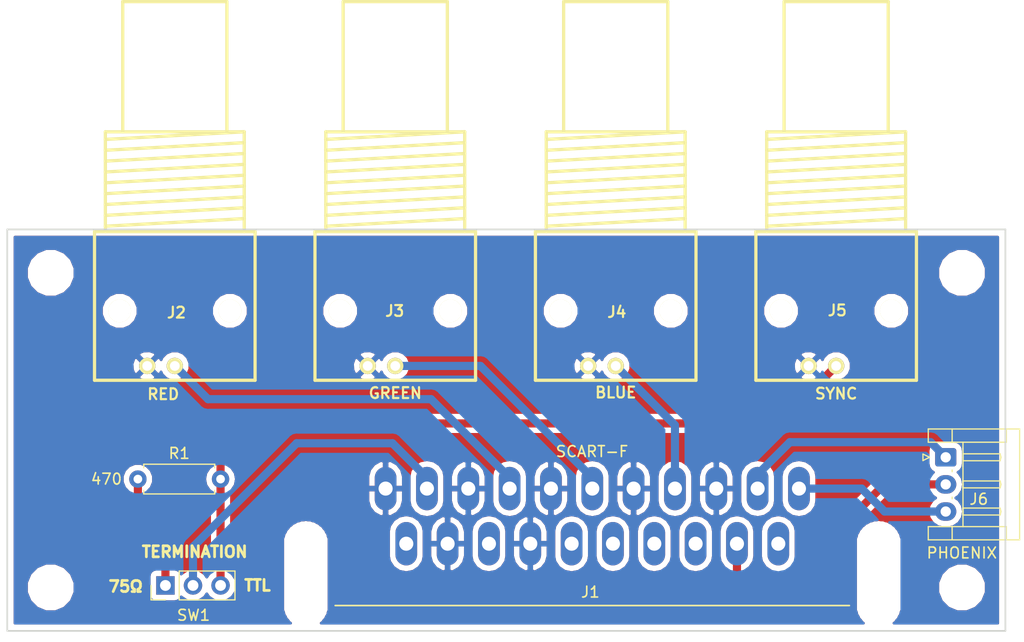
<source format=kicad_pcb>
(kicad_pcb (version 20171130) (host pcbnew 5.0.1)

  (general
    (thickness 1.6)
    (drawings 7)
    (tracks 37)
    (zones 0)
    (modules 12)
    (nets 22)
  )

  (page A4)
  (layers
    (0 F.Cu signal)
    (31 B.Cu signal)
    (32 B.Adhes user)
    (33 F.Adhes user)
    (34 B.Paste user)
    (35 F.Paste user)
    (36 B.SilkS user)
    (37 F.SilkS user)
    (38 B.Mask user)
    (39 F.Mask user)
    (40 Dwgs.User user)
    (41 Cmts.User user)
    (42 Eco1.User user)
    (43 Eco2.User user)
    (44 Edge.Cuts user)
    (45 Margin user)
    (46 B.CrtYd user)
    (47 F.CrtYd user)
    (48 B.Fab user)
    (49 F.Fab user)
  )

  (setup
    (last_trace_width 0.254)
    (user_trace_width 0.5)
    (user_trace_width 0.75)
    (trace_clearance 0.2)
    (zone_clearance 0.508)
    (zone_45_only no)
    (trace_min 0.254)
    (segment_width 0.2)
    (edge_width 0.15)
    (via_size 0.762)
    (via_drill 0.701)
    (via_min_size 0.254)
    (via_min_drill 0.701)
    (uvia_size 0.762)
    (uvia_drill 0.701)
    (uvias_allowed no)
    (uvia_min_size 0.2)
    (uvia_min_drill 0.1)
    (pcb_text_width 0.3)
    (pcb_text_size 1.5 1.5)
    (mod_edge_width 0.15)
    (mod_text_size 1 1)
    (mod_text_width 0.15)
    (pad_size 2.2 2.2)
    (pad_drill 1.5)
    (pad_to_mask_clearance 0.2)
    (solder_mask_min_width 0.25)
    (aux_axis_origin 0 0)
    (visible_elements 7FFFFFFF)
    (pcbplotparams
      (layerselection 0x010f0_ffffffff)
      (usegerberextensions true)
      (usegerberattributes false)
      (usegerberadvancedattributes false)
      (creategerberjobfile false)
      (excludeedgelayer true)
      (linewidth 0.100000)
      (plotframeref false)
      (viasonmask false)
      (mode 1)
      (useauxorigin false)
      (hpglpennumber 1)
      (hpglpenspeed 20)
      (hpglpendiameter 15.000000)
      (psnegative false)
      (psa4output false)
      (plotreference true)
      (plotvalue true)
      (plotinvisibletext false)
      (padsonsilk false)
      (subtractmaskfromsilk false)
      (outputformat 1)
      (mirror false)
      (drillshape 0)
      (scaleselection 1)
      (outputdirectory "Gerbers/"))
  )

  (net 0 "")
  (net 1 GND)
  (net 2 RED)
  (net 3 SYNC)
  (net 4 GREEN)
  (net 5 BLUE)
  (net 6 "Net-(J1-Pad1)")
  (net 7 "Net-(J1-Pad16)")
  (net 8 "Net-(J1-Pad8)")
  (net 9 "Net-(J1-Pad10)")
  (net 10 "Net-(J1-Pad12)")
  (net 11 "Net-(J1-Pad3)")
  (net 12 "Net-(J1-Pad19)")
  (net 13 "Net-(J1-Pad20)")
  (net 14 "Net-(J1-Pad2)")
  (net 15 "Net-(J1-Pad6)")
  (net 16 "Net-(J8-Pad1)")
  (net 17 "Net-(J9-Pad1)")
  (net 18 "Net-(J10-Pad1)")
  (net 19 "Net-(J11-Pad1)")
  (net 20 "Net-(J1-Pad4)")
  (net 21 "Net-(R1-Pad1)")

  (net_class Default "This is the default net class."
    (clearance 0.2)
    (trace_width 0.254)
    (via_dia 0.762)
    (via_drill 0.701)
    (uvia_dia 0.762)
    (uvia_drill 0.701)
    (diff_pair_gap 0.254)
    (diff_pair_width 0.254)
    (add_net BLUE)
    (add_net GND)
    (add_net GREEN)
    (add_net "Net-(J1-Pad1)")
    (add_net "Net-(J1-Pad10)")
    (add_net "Net-(J1-Pad12)")
    (add_net "Net-(J1-Pad16)")
    (add_net "Net-(J1-Pad19)")
    (add_net "Net-(J1-Pad2)")
    (add_net "Net-(J1-Pad20)")
    (add_net "Net-(J1-Pad3)")
    (add_net "Net-(J1-Pad4)")
    (add_net "Net-(J1-Pad6)")
    (add_net "Net-(J1-Pad8)")
    (add_net "Net-(J10-Pad1)")
    (add_net "Net-(J11-Pad1)")
    (add_net "Net-(J8-Pad1)")
    (add_net "Net-(J9-Pad1)")
    (add_net "Net-(R1-Pad1)")
    (add_net RED)
    (add_net SYNC)
  )

  (module Resistor_THT:R_Axial_DIN0207_L6.3mm_D2.5mm_P7.62mm_Horizontal (layer F.Cu) (tedit 5C776AE0) (tstamp 5C7860CB)
    (at 88.0364 99.0092)
    (descr "Resistor, Axial_DIN0207 series, Axial, Horizontal, pin pitch=7.62mm, 0.25W = 1/4W, length*diameter=6.3*2.5mm^2, http://cdn-reichelt.de/documents/datenblatt/B400/1_4W%23YAG.pdf")
    (tags "Resistor Axial_DIN0207 series Axial Horizontal pin pitch 7.62mm 0.25W = 1/4W length 6.3mm diameter 2.5mm")
    (path /5C7761A7)
    (fp_text reference R1 (at 3.81 -2.37) (layer F.SilkS)
      (effects (font (size 1 1) (thickness 0.15)))
    )
    (fp_text value 470 (at -2.8956 0) (layer F.SilkS)
      (effects (font (size 1 1) (thickness 0.15)))
    )
    (fp_line (start 0.66 -1.25) (end 0.66 1.25) (layer F.Fab) (width 0.1))
    (fp_line (start 0.66 1.25) (end 6.96 1.25) (layer F.Fab) (width 0.1))
    (fp_line (start 6.96 1.25) (end 6.96 -1.25) (layer F.Fab) (width 0.1))
    (fp_line (start 6.96 -1.25) (end 0.66 -1.25) (layer F.Fab) (width 0.1))
    (fp_line (start 0 0) (end 0.66 0) (layer F.Fab) (width 0.1))
    (fp_line (start 7.62 0) (end 6.96 0) (layer F.Fab) (width 0.1))
    (fp_line (start 0.54 -1.04) (end 0.54 -1.37) (layer F.SilkS) (width 0.12))
    (fp_line (start 0.54 -1.37) (end 7.08 -1.37) (layer F.SilkS) (width 0.12))
    (fp_line (start 7.08 -1.37) (end 7.08 -1.04) (layer F.SilkS) (width 0.12))
    (fp_line (start 0.54 1.04) (end 0.54 1.37) (layer F.SilkS) (width 0.12))
    (fp_line (start 0.54 1.37) (end 7.08 1.37) (layer F.SilkS) (width 0.12))
    (fp_line (start 7.08 1.37) (end 7.08 1.04) (layer F.SilkS) (width 0.12))
    (fp_line (start -1.05 -1.5) (end -1.05 1.5) (layer F.CrtYd) (width 0.05))
    (fp_line (start -1.05 1.5) (end 8.67 1.5) (layer F.CrtYd) (width 0.05))
    (fp_line (start 8.67 1.5) (end 8.67 -1.5) (layer F.CrtYd) (width 0.05))
    (fp_line (start 8.67 -1.5) (end -1.05 -1.5) (layer F.CrtYd) (width 0.05))
    (fp_text user %R (at 3.81 0) (layer F.Fab)
      (effects (font (size 1 1) (thickness 0.15)))
    )
    (pad 1 thru_hole circle (at 0 0) (size 1.6 1.6) (drill 0.8) (layers *.Cu *.Mask)
      (net 21 "Net-(R1-Pad1)"))
    (pad 2 thru_hole oval (at 7.62 0) (size 1.6 1.6) (drill 0.8) (layers *.Cu *.Mask)
      (net 3 SYNC))
    (model ${KISYS3DMOD}/Resistor_THT.3dshapes/R_Axial_DIN0207_L6.3mm_D2.5mm_P7.62mm_Horizontal.wrl
      (at (xyz 0 0 0))
      (scale (xyz 1 1 1))
      (rotate (xyz 0 0 0))
    )
  )

  (module Connector_JST:JST_EH_S03B-EH_1x03_P2.50mm_Horizontal (layer F.Cu) (tedit 5C77629F) (tstamp 5C783CFE)
    (at 162.5 97 270)
    (descr "JST EH series connector, S03B-EH (http://www.jst-mfg.com/product/pdf/eng/eEH.pdf), generated with kicad-footprint-generator")
    (tags "connector JST EH top entry")
    (path /5C652866)
    (fp_text reference J6 (at 3.8608 -3.048) (layer F.SilkS)
      (effects (font (size 1 1) (thickness 0.15)))
    )
    (fp_text value PHOENIX (at 8.8164 -1.4824) (layer F.SilkS)
      (effects (font (size 1 1) (thickness 0.15)))
    )
    (fp_line (start -1.5 -0.7) (end -1.5 1.5) (layer F.Fab) (width 0.1))
    (fp_line (start -1.5 1.5) (end -2.5 1.5) (layer F.Fab) (width 0.1))
    (fp_line (start -2.5 1.5) (end -2.5 -6.7) (layer F.Fab) (width 0.1))
    (fp_line (start -2.5 -6.7) (end 7.5 -6.7) (layer F.Fab) (width 0.1))
    (fp_line (start 7.5 -6.7) (end 7.5 1.5) (layer F.Fab) (width 0.1))
    (fp_line (start 7.5 1.5) (end 6.5 1.5) (layer F.Fab) (width 0.1))
    (fp_line (start 6.5 1.5) (end 6.5 -0.7) (layer F.Fab) (width 0.1))
    (fp_line (start 6.5 -0.7) (end -1.5 -0.7) (layer F.Fab) (width 0.1))
    (fp_line (start -3 -7.2) (end -3 2) (layer F.CrtYd) (width 0.05))
    (fp_line (start -3 2) (end 8 2) (layer F.CrtYd) (width 0.05))
    (fp_line (start 8 2) (end 8 -7.2) (layer F.CrtYd) (width 0.05))
    (fp_line (start 8 -7.2) (end -3 -7.2) (layer F.CrtYd) (width 0.05))
    (fp_line (start -1.39 -0.59) (end -1.39 1.61) (layer F.SilkS) (width 0.12))
    (fp_line (start -1.39 1.61) (end -2.61 1.61) (layer F.SilkS) (width 0.12))
    (fp_line (start -2.61 1.61) (end -2.61 -6.81) (layer F.SilkS) (width 0.12))
    (fp_line (start -2.61 -6.81) (end 7.61 -6.81) (layer F.SilkS) (width 0.12))
    (fp_line (start 7.61 -6.81) (end 7.61 1.61) (layer F.SilkS) (width 0.12))
    (fp_line (start 7.61 1.61) (end 6.39 1.61) (layer F.SilkS) (width 0.12))
    (fp_line (start 6.39 1.61) (end 6.39 -0.59) (layer F.SilkS) (width 0.12))
    (fp_line (start -2.61 -5.59) (end -1.39 -5.59) (layer F.SilkS) (width 0.12))
    (fp_line (start -1.39 -5.59) (end -1.39 -0.59) (layer F.SilkS) (width 0.12))
    (fp_line (start -1.39 -0.59) (end -2.61 -0.59) (layer F.SilkS) (width 0.12))
    (fp_line (start 7.61 -5.59) (end 6.39 -5.59) (layer F.SilkS) (width 0.12))
    (fp_line (start 6.39 -5.59) (end 6.39 -0.59) (layer F.SilkS) (width 0.12))
    (fp_line (start 6.39 -0.59) (end 7.61 -0.59) (layer F.SilkS) (width 0.12))
    (fp_line (start -1.39 -1.59) (end 6.39 -1.59) (layer F.SilkS) (width 0.12))
    (fp_line (start 0 -1.59) (end -0.32 -1.59) (layer F.SilkS) (width 0.12))
    (fp_line (start -0.32 -1.59) (end -0.32 -5.01) (layer F.SilkS) (width 0.12))
    (fp_line (start -0.32 -5.01) (end 0 -5.09) (layer F.SilkS) (width 0.12))
    (fp_line (start 0 -5.09) (end 0.32 -5.01) (layer F.SilkS) (width 0.12))
    (fp_line (start 0.32 -5.01) (end 0.32 -1.59) (layer F.SilkS) (width 0.12))
    (fp_line (start 0.32 -1.59) (end 0 -1.59) (layer F.SilkS) (width 0.12))
    (fp_line (start 1.17 -0.59) (end 1.33 -0.59) (layer F.SilkS) (width 0.12))
    (fp_line (start 2.5 -1.59) (end 2.18 -1.59) (layer F.SilkS) (width 0.12))
    (fp_line (start 2.18 -1.59) (end 2.18 -5.01) (layer F.SilkS) (width 0.12))
    (fp_line (start 2.18 -5.01) (end 2.5 -5.09) (layer F.SilkS) (width 0.12))
    (fp_line (start 2.5 -5.09) (end 2.82 -5.01) (layer F.SilkS) (width 0.12))
    (fp_line (start 2.82 -5.01) (end 2.82 -1.59) (layer F.SilkS) (width 0.12))
    (fp_line (start 2.82 -1.59) (end 2.5 -1.59) (layer F.SilkS) (width 0.12))
    (fp_line (start 3.67 -0.59) (end 3.83 -0.59) (layer F.SilkS) (width 0.12))
    (fp_line (start 5 -1.59) (end 4.68 -1.59) (layer F.SilkS) (width 0.12))
    (fp_line (start 4.68 -1.59) (end 4.68 -5.01) (layer F.SilkS) (width 0.12))
    (fp_line (start 4.68 -5.01) (end 5 -5.09) (layer F.SilkS) (width 0.12))
    (fp_line (start 5 -5.09) (end 5.32 -5.01) (layer F.SilkS) (width 0.12))
    (fp_line (start 5.32 -5.01) (end 5.32 -1.59) (layer F.SilkS) (width 0.12))
    (fp_line (start 5.32 -1.59) (end 5 -1.59) (layer F.SilkS) (width 0.12))
    (fp_line (start 0 1.5) (end -0.3 2.1) (layer F.SilkS) (width 0.12))
    (fp_line (start -0.3 2.1) (end 0.3 2.1) (layer F.SilkS) (width 0.12))
    (fp_line (start 0.3 2.1) (end 0 1.5) (layer F.SilkS) (width 0.12))
    (fp_line (start -0.5 -0.7) (end 0 -1.407107) (layer F.Fab) (width 0.1))
    (fp_line (start 0 -1.407107) (end 0.5 -0.7) (layer F.Fab) (width 0.1))
    (fp_text user %R (at 2.5 -2.6 270) (layer F.Fab)
      (effects (font (size 1 1) (thickness 0.15)))
    )
    (pad 1 thru_hole roundrect (at 0 0 270) (size 1.7 1.95) (drill 0.95) (layers *.Cu *.Mask) (roundrect_rratio 0.147059)
      (net 11 "Net-(J1-Pad3)"))
    (pad 2 thru_hole oval (at 2.5 0 270) (size 1.7 1.95) (drill 0.95) (layers *.Cu *.Mask)
      (net 20 "Net-(J1-Pad4)"))
    (pad 3 thru_hole oval (at 5 0 270) (size 1.7 1.95) (drill 0.95) (layers *.Cu *.Mask)
      (net 6 "Net-(J1-Pad1)"))
    (model ${KISYS3DMOD}/Connector_JST.3dshapes/JST_EH_S03B-EH_1x03_P2.50mm_Horizontal.wrl
      (at (xyz 0 0 0))
      (scale (xyz 1 1 1))
      (rotate (xyz 0 0 0))
    )
  )

  (module Connector_PinHeader_2.54mm:PinHeader_1x03_P2.54mm_Vertical (layer F.Cu) (tedit 59FED5CC) (tstamp 5C7835BE)
    (at 90.5764 108.8136 90)
    (descr "Through hole straight pin header, 1x03, 2.54mm pitch, single row")
    (tags "Through hole pin header THT 1x03 2.54mm single row")
    (path /5C775EC8)
    (fp_text reference SW1 (at -2.7432 2.5908 180) (layer F.SilkS)
      (effects (font (size 1 1) (thickness 0.15)))
    )
    (fp_text value SW_SPDT (at 0 7.41 90) (layer F.Fab)
      (effects (font (size 1 1) (thickness 0.15)))
    )
    (fp_line (start -0.635 -1.27) (end 1.27 -1.27) (layer F.Fab) (width 0.1))
    (fp_line (start 1.27 -1.27) (end 1.27 6.35) (layer F.Fab) (width 0.1))
    (fp_line (start 1.27 6.35) (end -1.27 6.35) (layer F.Fab) (width 0.1))
    (fp_line (start -1.27 6.35) (end -1.27 -0.635) (layer F.Fab) (width 0.1))
    (fp_line (start -1.27 -0.635) (end -0.635 -1.27) (layer F.Fab) (width 0.1))
    (fp_line (start -1.33 6.41) (end 1.33 6.41) (layer F.SilkS) (width 0.12))
    (fp_line (start -1.33 1.27) (end -1.33 6.41) (layer F.SilkS) (width 0.12))
    (fp_line (start 1.33 1.27) (end 1.33 6.41) (layer F.SilkS) (width 0.12))
    (fp_line (start -1.33 1.27) (end 1.33 1.27) (layer F.SilkS) (width 0.12))
    (fp_line (start -1.33 0) (end -1.33 -1.33) (layer F.SilkS) (width 0.12))
    (fp_line (start -1.33 -1.33) (end 0 -1.33) (layer F.SilkS) (width 0.12))
    (fp_line (start -1.8 -1.8) (end -1.8 6.85) (layer F.CrtYd) (width 0.05))
    (fp_line (start -1.8 6.85) (end 1.8 6.85) (layer F.CrtYd) (width 0.05))
    (fp_line (start 1.8 6.85) (end 1.8 -1.8) (layer F.CrtYd) (width 0.05))
    (fp_line (start 1.8 -1.8) (end -1.8 -1.8) (layer F.CrtYd) (width 0.05))
    (fp_text user %R (at 0 2.54 180) (layer F.Fab)
      (effects (font (size 1 1) (thickness 0.15)))
    )
    (pad 1 thru_hole rect (at 0 0 90) (size 1.7 1.7) (drill 1) (layers *.Cu *.Mask)
      (net 21 "Net-(R1-Pad1)"))
    (pad 2 thru_hole oval (at 0 2.54 90) (size 1.7 1.7) (drill 1) (layers *.Cu *.Mask)
      (net 12 "Net-(J1-Pad19)"))
    (pad 3 thru_hole oval (at 0 5.08 90) (size 1.7 1.7) (drill 1) (layers *.Cu *.Mask)
      (net 3 SYNC))
    (model ${KISYS3DMOD}/Connector_PinHeader_2.54mm.3dshapes/PinHeader_1x03_P2.54mm_Vertical.wrl
      (at (xyz 0 0 0))
      (scale (xyz 1 1 1))
      (rotate (xyz 0 0 0))
    )
  )

  (module MountingHole:MountingHole_3.2mm_M3 (layer F.Cu) (tedit 5C761F46) (tstamp 5C761FF9)
    (at 80 109)
    (descr "Mounting Hole 3.2mm, no annular, M3")
    (tags "mounting hole 3.2mm no annular m3")
    (path /5C7607B9)
    (attr virtual)
    (fp_text reference J11 (at -0.0408 -2.6248) (layer F.SilkS) hide
      (effects (font (size 1 1) (thickness 0.15)))
    )
    (fp_text value Conn_01x01 (at 0 4.2) (layer F.Fab)
      (effects (font (size 1 1) (thickness 0.15)))
    )
    (fp_circle (center 0 0) (end 3.45 0) (layer F.CrtYd) (width 0.05))
    (fp_circle (center 0 0) (end 3.2 0) (layer Cmts.User) (width 0.15))
    (fp_text user %R (at 0.3 0) (layer F.Fab)
      (effects (font (size 1 1) (thickness 0.15)))
    )
    (pad 1 np_thru_hole circle (at 0 0) (size 3.2 3.2) (drill 3.2) (layers *.Cu *.Mask)
      (net 19 "Net-(J11-Pad1)"))
  )

  (module MountingHole:MountingHole_3.2mm_M3 (layer F.Cu) (tedit 5C761F4F) (tstamp 5C761FF1)
    (at 80 80)
    (descr "Mounting Hole 3.2mm, no annular, M3")
    (tags "mounting hole 3.2mm no annular m3")
    (path /5C760785)
    (attr virtual)
    (fp_text reference J10 (at 0 -4.2) (layer F.SilkS) hide
      (effects (font (size 1 1) (thickness 0.15)))
    )
    (fp_text value Conn_01x01 (at 0 4.2) (layer F.Fab)
      (effects (font (size 1 1) (thickness 0.15)))
    )
    (fp_text user %R (at 0.3 0) (layer F.Fab)
      (effects (font (size 1 1) (thickness 0.15)))
    )
    (fp_circle (center 0 0) (end 3.2 0) (layer Cmts.User) (width 0.15))
    (fp_circle (center 0 0) (end 3.45 0) (layer F.CrtYd) (width 0.05))
    (pad 1 np_thru_hole circle (at 0 0) (size 3.2 3.2) (drill 3.2) (layers *.Cu *.Mask)
      (net 18 "Net-(J10-Pad1)"))
  )

  (module MountingHole:MountingHole_3.2mm_M3 (layer F.Cu) (tedit 5C761F61) (tstamp 5C761FE9)
    (at 164 109)
    (descr "Mounting Hole 3.2mm, no annular, M3")
    (tags "mounting hole 3.2mm no annular m3")
    (path /5C76074F)
    (attr virtual)
    (fp_text reference J9 (at 0 -4.2) (layer F.SilkS) hide
      (effects (font (size 1 1) (thickness 0.15)))
    )
    (fp_text value Conn_01x01 (at 0 4.2) (layer F.Fab)
      (effects (font (size 1 1) (thickness 0.15)))
    )
    (fp_circle (center 0 0) (end 3.45 0) (layer F.CrtYd) (width 0.05))
    (fp_circle (center 0 0) (end 3.2 0) (layer Cmts.User) (width 0.15))
    (fp_text user %R (at 0.3 0) (layer F.Fab)
      (effects (font (size 1 1) (thickness 0.15)))
    )
    (pad 1 np_thru_hole circle (at 0 0) (size 3.2 3.2) (drill 3.2) (layers *.Cu *.Mask)
      (net 17 "Net-(J9-Pad1)"))
  )

  (module MountingHole:MountingHole_3.2mm_M3 (layer F.Cu) (tedit 5C776391) (tstamp 5C761FE1)
    (at 164 80)
    (descr "Mounting Hole 3.2mm, no annular, M3")
    (tags "mounting hole 3.2mm no annular m3")
    (path /5C7605B3)
    (attr virtual)
    (fp_text reference J8 (at 0 -4.2) (layer F.SilkS) hide
      (effects (font (size 1 1) (thickness 0.15)))
    )
    (fp_text value Conn_01x01 (at 0 4.2) (layer F.SilkS) hide
      (effects (font (size 1 1) (thickness 0.15)))
    )
    (fp_text user %R (at 0.3 0) (layer F.Fab)
      (effects (font (size 1 1) (thickness 0.15)))
    )
    (fp_circle (center 0 0) (end 3.2 0) (layer Cmts.User) (width 0.15))
    (fp_circle (center 0 0) (end 3.45 0) (layer F.CrtYd) (width 0.05))
    (pad 1 np_thru_hole circle (at 0 0) (size 3.2 3.2) (drill 3.2) (layers *.Cu *.Mask)
      (net 16 "Net-(J8-Pad1)"))
  )

  (module extron-output:BNC_90 (layer F.Cu) (tedit 5C762019) (tstamp 5C7C0951)
    (at 152.4 76.2 180)
    (descr "BNC connector, Tyco 1-1337543-0")
    (path /5C651E83)
    (fp_text reference J5 (at -0.1016 -7.2644 180) (layer F.SilkS)
      (effects (font (size 1 1) (thickness 0.2)))
    )
    (fp_text value SYNC (at 0 -14.9352 180) (layer F.SilkS)
      (effects (font (size 1 1) (thickness 0.2)))
    )
    (fp_line (start -7.4 0) (end 7.4 0) (layer F.SilkS) (width 0.3))
    (fp_line (start -7.4 -13.7) (end 7.4 -13.7) (layer F.SilkS) (width 0.3))
    (fp_line (start -7.4 -13.7) (end -7.4 0) (layer F.SilkS) (width 0.3))
    (fp_line (start 7.4 0) (end 7.4 -13.7) (layer F.SilkS) (width 0.3))
    (fp_line (start -6.4 9.2) (end 6.4 9.2) (layer F.SilkS) (width 0.3))
    (fp_line (start -4.8 21.2) (end 4.8 21.2) (layer F.SilkS) (width 0.3))
    (fp_line (start -4.8 21.2) (end -4.8 9.2) (layer F.SilkS) (width 0.3))
    (fp_line (start 4.8 21.2) (end 4.8 9.2) (layer F.SilkS) (width 0.3))
    (fp_line (start -6.4 9.2) (end -6.4 0) (layer F.SilkS) (width 0.3))
    (fp_line (start 6.4 9.2) (end 6.4 0) (layer F.SilkS) (width 0.3))
    (fp_line (start -6.4 9.2) (end 6.4 8.5) (layer F.SilkS) (width 0.3))
    (fp_line (start -6.4 8.2) (end 6.4 7.5) (layer F.SilkS) (width 0.3))
    (fp_line (start -6.4 6.2) (end 6.4 5.5) (layer F.SilkS) (width 0.3))
    (fp_line (start -6.4 7.2) (end 6.4 6.5) (layer F.SilkS) (width 0.3))
    (fp_line (start -6.4 3.2) (end 6.4 2.5) (layer F.SilkS) (width 0.3))
    (fp_line (start -6.4 2.2) (end 6.4 1.5) (layer F.SilkS) (width 0.3))
    (fp_line (start -6.4 4.2) (end 6.4 3.5) (layer F.SilkS) (width 0.3))
    (fp_line (start -6.4 5.2) (end 6.4 4.5) (layer F.SilkS) (width 0.3))
    (fp_line (start -6.4 1.2) (end 6.4 0.5) (layer F.SilkS) (width 0.3))
    (pad "" np_thru_hole circle (at -5.08 -7.3 180) (size 2.1 2.1) (drill 2.1) (layers *.Cu *.Mask F.SilkS))
    (pad "" np_thru_hole circle (at 5.08 -7.3 180) (size 2.1 2.1) (drill 2.1) (layers *.Cu *.Mask F.SilkS))
    (pad 2 thru_hole circle (at 2.54 -12.38 180) (size 1.5 1.5) (drill 0.9) (layers *.Cu *.Mask F.SilkS)
      (net 1 GND))
    (pad 1 thru_hole circle (at 0 -12.38 180) (size 1.5 1.5) (drill 0.9) (layers *.Cu *.Mask F.SilkS)
      (net 3 SYNC))
    (model ${KIPRJMOD}/3d_models/bnc_90_1-1337543-0.wrl
      (at (xyz 0 0 0))
      (scale (xyz 1 1 1))
      (rotate (xyz 0 0 0))
    )
  )

  (module extron-output:BNC_90 (layer F.Cu) (tedit 5C762033) (tstamp 5C7C0936)
    (at 132.08 76.2 180)
    (descr "BNC connector, Tyco 1-1337543-0")
    (path /5C651DB2)
    (fp_text reference J4 (at -0.1016 -7.4168 180) (layer F.SilkS)
      (effects (font (size 1 1) (thickness 0.2)))
    )
    (fp_text value BLUE (at 0 -14.8336 180) (layer F.SilkS)
      (effects (font (size 1 1) (thickness 0.2)))
    )
    (fp_line (start -6.4 1.2) (end 6.4 0.5) (layer F.SilkS) (width 0.3))
    (fp_line (start -6.4 5.2) (end 6.4 4.5) (layer F.SilkS) (width 0.3))
    (fp_line (start -6.4 4.2) (end 6.4 3.5) (layer F.SilkS) (width 0.3))
    (fp_line (start -6.4 2.2) (end 6.4 1.5) (layer F.SilkS) (width 0.3))
    (fp_line (start -6.4 3.2) (end 6.4 2.5) (layer F.SilkS) (width 0.3))
    (fp_line (start -6.4 7.2) (end 6.4 6.5) (layer F.SilkS) (width 0.3))
    (fp_line (start -6.4 6.2) (end 6.4 5.5) (layer F.SilkS) (width 0.3))
    (fp_line (start -6.4 8.2) (end 6.4 7.5) (layer F.SilkS) (width 0.3))
    (fp_line (start -6.4 9.2) (end 6.4 8.5) (layer F.SilkS) (width 0.3))
    (fp_line (start 6.4 9.2) (end 6.4 0) (layer F.SilkS) (width 0.3))
    (fp_line (start -6.4 9.2) (end -6.4 0) (layer F.SilkS) (width 0.3))
    (fp_line (start 4.8 21.2) (end 4.8 9.2) (layer F.SilkS) (width 0.3))
    (fp_line (start -4.8 21.2) (end -4.8 9.2) (layer F.SilkS) (width 0.3))
    (fp_line (start -4.8 21.2) (end 4.8 21.2) (layer F.SilkS) (width 0.3))
    (fp_line (start -6.4 9.2) (end 6.4 9.2) (layer F.SilkS) (width 0.3))
    (fp_line (start 7.4 0) (end 7.4 -13.7) (layer F.SilkS) (width 0.3))
    (fp_line (start -7.4 -13.7) (end -7.4 0) (layer F.SilkS) (width 0.3))
    (fp_line (start -7.4 -13.7) (end 7.4 -13.7) (layer F.SilkS) (width 0.3))
    (fp_line (start -7.4 0) (end 7.4 0) (layer F.SilkS) (width 0.3))
    (pad 1 thru_hole circle (at 0 -12.38 180) (size 1.5 1.5) (drill 0.9) (layers *.Cu *.Mask F.SilkS)
      (net 5 BLUE))
    (pad 2 thru_hole circle (at 2.54 -12.38 180) (size 1.5 1.5) (drill 0.9) (layers *.Cu *.Mask F.SilkS)
      (net 1 GND))
    (pad "" np_thru_hole circle (at 5.08 -7.3 180) (size 2.1 2.1) (drill 2.1) (layers *.Cu *.Mask F.SilkS))
    (pad "" np_thru_hole circle (at -5.08 -7.3 180) (size 2.1 2.1) (drill 2.1) (layers *.Cu *.Mask F.SilkS))
    (model ${KIPRJMOD}/3d_models/bnc_90_1-1337543-0.wrl
      (at (xyz 0 0 0))
      (scale (xyz 1 1 1))
      (rotate (xyz 0 0 0))
    )
  )

  (module extron-output:BNC_90 (layer F.Cu) (tedit 5C762057) (tstamp 5C7C0D87)
    (at 111.76 76.2 180)
    (descr "BNC connector, Tyco 1-1337543-0")
    (path /5C651D00)
    (fp_text reference J3 (at 0.0508 -7.3152 180) (layer F.SilkS)
      (effects (font (size 1 1) (thickness 0.2)))
    )
    (fp_text value GREEN (at 0 -14.8844 180) (layer F.SilkS)
      (effects (font (size 1 1) (thickness 0.2)))
    )
    (fp_line (start -7.4 0) (end 7.4 0) (layer F.SilkS) (width 0.3))
    (fp_line (start -7.4 -13.7) (end 7.4 -13.7) (layer F.SilkS) (width 0.3))
    (fp_line (start -7.4 -13.7) (end -7.4 0) (layer F.SilkS) (width 0.3))
    (fp_line (start 7.4 0) (end 7.4 -13.7) (layer F.SilkS) (width 0.3))
    (fp_line (start -6.4 9.2) (end 6.4 9.2) (layer F.SilkS) (width 0.3))
    (fp_line (start -4.8 21.2) (end 4.8 21.2) (layer F.SilkS) (width 0.3))
    (fp_line (start -4.8 21.2) (end -4.8 9.2) (layer F.SilkS) (width 0.3))
    (fp_line (start 4.8 21.2) (end 4.8 9.2) (layer F.SilkS) (width 0.3))
    (fp_line (start -6.4 9.2) (end -6.4 0) (layer F.SilkS) (width 0.3))
    (fp_line (start 6.4 9.2) (end 6.4 0) (layer F.SilkS) (width 0.3))
    (fp_line (start -6.4 9.2) (end 6.4 8.5) (layer F.SilkS) (width 0.3))
    (fp_line (start -6.4 8.2) (end 6.4 7.5) (layer F.SilkS) (width 0.3))
    (fp_line (start -6.4 6.2) (end 6.4 5.5) (layer F.SilkS) (width 0.3))
    (fp_line (start -6.4 7.2) (end 6.4 6.5) (layer F.SilkS) (width 0.3))
    (fp_line (start -6.4 3.2) (end 6.4 2.5) (layer F.SilkS) (width 0.3))
    (fp_line (start -6.4 2.2) (end 6.4 1.5) (layer F.SilkS) (width 0.3))
    (fp_line (start -6.4 4.2) (end 6.4 3.5) (layer F.SilkS) (width 0.3))
    (fp_line (start -6.4 5.2) (end 6.4 4.5) (layer F.SilkS) (width 0.3))
    (fp_line (start -6.4 1.2) (end 6.4 0.5) (layer F.SilkS) (width 0.3))
    (pad "" np_thru_hole circle (at -5.08 -7.3 180) (size 2.1 2.1) (drill 2.1) (layers *.Cu *.Mask F.SilkS))
    (pad "" np_thru_hole circle (at 5.08 -7.3 180) (size 2.1 2.1) (drill 2.1) (layers *.Cu *.Mask F.SilkS))
    (pad 2 thru_hole circle (at 2.54 -12.38 180) (size 1.5 1.5) (drill 0.9) (layers *.Cu *.Mask F.SilkS)
      (net 1 GND))
    (pad 1 thru_hole circle (at 0 -12.38 180) (size 1.5 1.5) (drill 0.9) (layers *.Cu *.Mask F.SilkS)
      (net 4 GREEN))
    (model ${KIPRJMOD}/3d_models/bnc_90_1-1337543-0.wrl
      (at (xyz 0 0 0))
      (scale (xyz 1 1 1))
      (rotate (xyz 0 0 0))
    )
  )

  (module extron-output:BNC_90 (layer F.Cu) (tedit 5C762068) (tstamp 5C7C0900)
    (at 91.44 76.2 180)
    (descr "BNC connector, Tyco 1-1337543-0")
    (path /5C651C5B)
    (fp_text reference J2 (at -0.1524 -7.4676 180) (layer F.SilkS)
      (effects (font (size 1 1) (thickness 0.2)))
    )
    (fp_text value RED (at 1.0668 -14.986 180) (layer F.SilkS)
      (effects (font (size 1 1) (thickness 0.2)))
    )
    (fp_line (start -6.4 1.2) (end 6.4 0.5) (layer F.SilkS) (width 0.3))
    (fp_line (start -6.4 5.2) (end 6.4 4.5) (layer F.SilkS) (width 0.3))
    (fp_line (start -6.4 4.2) (end 6.4 3.5) (layer F.SilkS) (width 0.3))
    (fp_line (start -6.4 2.2) (end 6.4 1.5) (layer F.SilkS) (width 0.3))
    (fp_line (start -6.4 3.2) (end 6.4 2.5) (layer F.SilkS) (width 0.3))
    (fp_line (start -6.4 7.2) (end 6.4 6.5) (layer F.SilkS) (width 0.3))
    (fp_line (start -6.4 6.2) (end 6.4 5.5) (layer F.SilkS) (width 0.3))
    (fp_line (start -6.4 8.2) (end 6.4 7.5) (layer F.SilkS) (width 0.3))
    (fp_line (start -6.4 9.2) (end 6.4 8.5) (layer F.SilkS) (width 0.3))
    (fp_line (start 6.4 9.2) (end 6.4 0) (layer F.SilkS) (width 0.3))
    (fp_line (start -6.4 9.2) (end -6.4 0) (layer F.SilkS) (width 0.3))
    (fp_line (start 4.8 21.2) (end 4.8 9.2) (layer F.SilkS) (width 0.3))
    (fp_line (start -4.8 21.2) (end -4.8 9.2) (layer F.SilkS) (width 0.3))
    (fp_line (start -4.8 21.2) (end 4.8 21.2) (layer F.SilkS) (width 0.3))
    (fp_line (start -6.4 9.2) (end 6.4 9.2) (layer F.SilkS) (width 0.3))
    (fp_line (start 7.4 0) (end 7.4 -13.7) (layer F.SilkS) (width 0.3))
    (fp_line (start -7.4 -13.7) (end -7.4 0) (layer F.SilkS) (width 0.3))
    (fp_line (start -7.4 -13.7) (end 7.4 -13.7) (layer F.SilkS) (width 0.3))
    (fp_line (start -7.4 0) (end 7.4 0) (layer F.SilkS) (width 0.3))
    (pad 1 thru_hole circle (at 0 -12.38 180) (size 1.5 1.5) (drill 0.9) (layers *.Cu *.Mask F.SilkS)
      (net 2 RED))
    (pad 2 thru_hole circle (at 2.54 -12.38 180) (size 1.5 1.5) (drill 0.9) (layers *.Cu *.Mask F.SilkS)
      (net 1 GND))
    (pad "" np_thru_hole circle (at 5.08 -7.3 180) (size 2.1 2.1) (drill 2.1) (layers *.Cu *.Mask F.SilkS))
    (pad "" np_thru_hole circle (at -5.08 -7.3 180) (size 2.1 2.1) (drill 2.1) (layers *.Cu *.Mask F.SilkS))
    (model ${KIPRJMOD}/3d_models/bnc_90_1-1337543-0.wrl
      (at (xyz 0 0 0))
      (scale (xyz 1 1 1))
      (rotate (xyz 0 0 0))
    )
  )

  (module extron-output:SCART_F_RA (layer F.Cu) (tedit 5C76257C) (tstamp 5C76683E)
    (at 129.921 104.9655 180)
    (path /5C652397)
    (fp_text reference J1 (at 0.1778 -4.4577 180) (layer F.SilkS)
      (effects (font (size 1 1) (thickness 0.15)))
    )
    (fp_text value SCART-F (at 0.0254 8.4963 180) (layer F.SilkS)
      (effects (font (size 1 1) (thickness 0.15)))
    )
    (fp_line (start -23.7 -5.7) (end 23.7 -5.7) (layer F.SilkS) (width 0.15))
    (pad "" np_thru_hole oval (at -26.4 -2.825 180) (size 3 8.75) (drill oval 3 8.75) (layers *.Cu *.Mask))
    (pad "" np_thru_hole circle (at 26.4 0.05 180) (size 3 3) (drill 3) (layers *.Cu *.Mask))
    (pad "" np_thru_hole circle (at -26.4 0.05 180) (size 3 3) (drill 3) (layers *.Cu *.Mask))
    (pad "" np_thru_hole circle (at -26.4 -5.7 180) (size 3 3) (drill 3) (layers *.Cu *.Mask))
    (pad 10 thru_hole oval (at -1.905 0 180) (size 2 4) (drill 1.3) (layers *.Cu *.Mask)
      (net 9 "Net-(J1-Pad10)"))
    (pad 12 thru_hole oval (at 1.905 0 180) (size 2 4) (drill 1.3) (layers *.Cu *.Mask)
      (net 10 "Net-(J1-Pad12)"))
    (pad 14 thru_hole oval (at 5.715 0 180) (size 2 4) (drill 1.3) (layers *.Cu *.Mask)
      (net 1 GND))
    (pad 11 thru_hole oval (at 0 5.08 180) (size 2 4) (drill 1.3) (layers *.Cu *.Mask)
      (net 4 GREEN))
    (pad 13 thru_hole oval (at 3.81 5.08 180) (size 2 4) (drill 1.3) (layers *.Cu *.Mask)
      (net 1 GND))
    (pad 15 thru_hole oval (at 7.62 5.08 180) (size 2 4) (drill 1.3) (layers *.Cu *.Mask)
      (net 2 RED))
    (pad 16 thru_hole oval (at 9.525 0 180) (size 2 4) (drill 1.3) (layers *.Cu *.Mask)
      (net 7 "Net-(J1-Pad16)"))
    (pad 17 thru_hole oval (at 11.43 5.08 180) (size 2 4) (drill 1.3) (layers *.Cu *.Mask)
      (net 1 GND))
    (pad 18 thru_hole oval (at 13.335 0 180) (size 2 4) (drill 1.3) (layers *.Cu *.Mask)
      (net 1 GND))
    (pad 19 thru_hole oval (at 15.24 5.08 180) (size 2 4) (drill 1.3) (layers *.Cu *.Mask)
      (net 12 "Net-(J1-Pad19)"))
    (pad 20 thru_hole oval (at 17.145 0 180) (size 2 4) (drill 1.3) (layers *.Cu *.Mask)
      (net 13 "Net-(J1-Pad20)"))
    (pad 21 thru_hole oval (at 19.05 5.08 180) (size 2 4) (drill 1.3) (layers *.Cu *.Mask)
      (net 1 GND))
    (pad 1 thru_hole oval (at -19.05 5.08 180) (size 2 4) (drill 1.3) (layers *.Cu *.Mask)
      (net 6 "Net-(J1-Pad1)"))
    (pad 2 thru_hole oval (at -17.145 0 180) (size 2 4) (drill 1.3) (layers *.Cu *.Mask)
      (net 14 "Net-(J1-Pad2)"))
    (pad 3 thru_hole oval (at -15.24 5.08 180) (size 2 4) (drill 1.3) (layers *.Cu *.Mask)
      (net 11 "Net-(J1-Pad3)"))
    (pad 4 thru_hole oval (at -13.335 0 180) (size 2 4) (drill 1.3) (layers *.Cu *.Mask)
      (net 20 "Net-(J1-Pad4)"))
    (pad 5 thru_hole oval (at -11.43 5.08 180) (size 2 4) (drill 1.3) (layers *.Cu *.Mask)
      (net 1 GND))
    (pad 6 thru_hole oval (at -9.525 0 180) (size 2 4) (drill 1.3) (layers *.Cu *.Mask)
      (net 15 "Net-(J1-Pad6)"))
    (pad 7 thru_hole oval (at -7.62 5.08 180) (size 2 4) (drill 1.3) (layers *.Cu *.Mask)
      (net 5 BLUE))
    (pad 8 thru_hole oval (at -5.715 0 180) (size 2 4) (drill 1.3) (layers *.Cu *.Mask)
      (net 8 "Net-(J1-Pad8)"))
    (pad 9 thru_hole oval (at -3.81 5.08 180) (size 2 4) (drill 1.3) (layers *.Cu *.Mask)
      (net 1 GND))
    (pad "" np_thru_hole circle (at 26.4 -5.7 180) (size 3 3) (drill 3) (layers *.Cu *.Mask))
    (pad "" np_thru_hole oval (at 26.4 -2.825 180) (size 3 8.75) (drill oval 3 8.75) (layers *.Cu *.Mask))
    (model ${KIPRJMOD}/3d_models/scart.wrl
      (offset (xyz 0 2.2 0))
      (scale (xyz 1 1 1))
      (rotate (xyz 0 0 180))
    )
  )

  (gr_text TTL (at 99.06 108.8136) (layer F.SilkS)
    (effects (font (size 1.016 1.016) (thickness 0.254)))
  )
  (gr_text 75Ω (at 86.9188 108.9152) (layer F.SilkS)
    (effects (font (size 1.016 1.016) (thickness 0.254)))
  )
  (gr_text TERMINATION (at 93.2688 105.7148) (layer F.SilkS)
    (effects (font (size 1.016 1.016) (thickness 0.254)))
  )
  (gr_line (start 76 76) (end 168 76) (layer Edge.Cuts) (width 0.15))
  (gr_line (start 76 113) (end 76 76) (layer Edge.Cuts) (width 0.15))
  (gr_line (start 168 113) (end 76 113) (layer Edge.Cuts) (width 0.15))
  (gr_line (start 168 76) (end 168 113) (layer Edge.Cuts) (width 0.15))

  (segment (start 92.189999 89.329999) (end 91.44 88.58) (width 0.75) (layer B.Cu) (net 2))
  (segment (start 94.5032 91.6432) (end 92.189999 89.329999) (width 0.75) (layer B.Cu) (net 2))
  (segment (start 115.0587 91.6432) (end 94.5032 91.6432) (width 0.75) (layer B.Cu) (net 2))
  (segment (start 122.301 99.8855) (end 122.301 98.8855) (width 0.75) (layer B.Cu) (net 2))
  (segment (start 122.301 98.8855) (end 115.0587 91.6432) (width 0.75) (layer B.Cu) (net 2))
  (segment (start 95.6564 108.8136) (end 95.6564 99.0092) (width 0.75) (layer F.Cu) (net 3))
  (segment (start 95.6564 99.0092) (end 95.6564 96.9772) (width 0.75) (layer F.Cu) (net 3))
  (segment (start 95.6564 96.9772) (end 98.7552 93.8784) (width 0.75) (layer F.Cu) (net 3))
  (segment (start 147.1016 93.8784) (end 152.4 88.58) (width 0.75) (layer F.Cu) (net 3))
  (segment (start 98.7552 93.8784) (end 147.1016 93.8784) (width 0.75) (layer F.Cu) (net 3))
  (segment (start 119.6155 88.58) (end 112.82066 88.58) (width 0.75) (layer B.Cu) (net 4))
  (segment (start 129.921 98.8855) (end 119.6155 88.58) (width 0.75) (layer B.Cu) (net 4))
  (segment (start 112.82066 88.58) (end 111.76 88.58) (width 0.75) (layer B.Cu) (net 4))
  (segment (start 129.921 99.8855) (end 129.921 98.8855) (width 0.75) (layer B.Cu) (net 4))
  (segment (start 137.541 94.041) (end 132.08 88.58) (width 0.75) (layer B.Cu) (net 5))
  (segment (start 137.541 99.8855) (end 137.541 94.041) (width 0.75) (layer B.Cu) (net 5))
  (segment (start 156.864 102) (end 162.5 102) (width 0.75) (layer B.Cu) (net 6))
  (segment (start 148.971 99.8855) (end 154.7495 99.8855) (width 0.75) (layer B.Cu) (net 6))
  (segment (start 154.7495 99.8855) (end 156.864 102) (width 0.75) (layer B.Cu) (net 6))
  (segment (start 161.1056 95.6056) (end 162.5 97) (width 0.75) (layer B.Cu) (net 11))
  (segment (start 148.1328 95.6056) (end 161.1056 95.6056) (width 0.75) (layer B.Cu) (net 11))
  (segment (start 145.161 99.8855) (end 145.161 98.5774) (width 0.75) (layer B.Cu) (net 11))
  (segment (start 145.161 98.5774) (end 148.1328 95.6056) (width 0.75) (layer B.Cu) (net 11))
  (segment (start 114.681 99.8855) (end 114.0984 99.8855) (width 0.75) (layer B.Cu) (net 12))
  (segment (start 111.5027 95.7072) (end 102.6668 95.7072) (width 0.75) (layer B.Cu) (net 12))
  (segment (start 93.1164 105.2576) (end 93.1164 108.8136) (width 0.75) (layer B.Cu) (net 12))
  (segment (start 102.6668 95.7072) (end 93.1164 105.2576) (width 0.75) (layer B.Cu) (net 12))
  (segment (start 114.681 99.8855) (end 114.681 98.8855) (width 0.75) (layer B.Cu) (net 12))
  (segment (start 114.681 98.8855) (end 111.5027 95.7072) (width 0.75) (layer B.Cu) (net 12))
  (segment (start 147.828 108.5088) (end 144.0493 108.5088) (width 0.75) (layer F.Cu) (net 20))
  (segment (start 143.256 107.7155) (end 143.256 104.9655) (width 0.75) (layer F.Cu) (net 20))
  (segment (start 162.5 99.5) (end 156.8368 99.5) (width 0.75) (layer F.Cu) (net 20))
  (segment (start 144.0493 108.5088) (end 143.256 107.7155) (width 0.75) (layer F.Cu) (net 20))
  (segment (start 156.8368 99.5) (end 147.828 108.5088) (width 0.75) (layer F.Cu) (net 20))
  (segment (start 90.5764 108.8136) (end 90.5764 106.2228) (width 0.75) (layer F.Cu) (net 21))
  (segment (start 88.0364 103.6828) (end 88.0364 99.0092) (width 0.75) (layer F.Cu) (net 21))
  (segment (start 90.5764 106.2228) (end 88.0364 103.6828) (width 0.75) (layer F.Cu) (net 21))

  (zone (net 1) (net_name GND) (layer B.Cu) (tstamp 5C762CDC) (hatch edge 0.508)
    (connect_pads (clearance 0.508))
    (min_thickness 0.254)
    (fill yes (arc_segments 16) (thermal_gap 0.508) (thermal_bridge_width 0.508))
    (polygon
      (pts
        (xy 75.692 75.692) (xy 168.402 75.692) (xy 168.402 113.284) (xy 75.692 113.284)
      )
    )
    (filled_polygon
      (pts
        (xy 167.290001 112.29) (xy 157.732662 112.29) (xy 157.860249 112.204749) (xy 157.979362 112.026484) (xy 158.130966 111.87488)
        (xy 158.213013 111.676801) (xy 158.332126 111.498536) (xy 158.373953 111.288257) (xy 158.456 111.090178) (xy 158.456 108.555431)
        (xy 161.765 108.555431) (xy 161.765 109.444569) (xy 162.105259 110.266026) (xy 162.733974 110.894741) (xy 163.555431 111.235)
        (xy 164.444569 111.235) (xy 165.266026 110.894741) (xy 165.894741 110.266026) (xy 166.235 109.444569) (xy 166.235 108.555431)
        (xy 165.894741 107.733974) (xy 165.266026 107.105259) (xy 164.444569 106.765) (xy 163.555431 106.765) (xy 162.733974 107.105259)
        (xy 162.105259 107.733974) (xy 161.765 108.555431) (xy 158.456 108.555431) (xy 158.456 104.490822) (xy 158.373953 104.292743)
        (xy 158.332126 104.082464) (xy 158.213013 103.904199) (xy 158.130966 103.70612) (xy 157.979362 103.554516) (xy 157.860249 103.376251)
        (xy 157.681984 103.257138) (xy 157.53038 103.105534) (xy 157.332301 103.023487) (xy 157.312116 103.01) (xy 161.263867 103.01)
        (xy 161.304375 103.070625) (xy 161.795582 103.398839) (xy 162.228744 103.485) (xy 162.771256 103.485) (xy 163.204418 103.398839)
        (xy 163.695625 103.070625) (xy 164.023839 102.579418) (xy 164.139092 102) (xy 164.023839 101.420582) (xy 163.695625 100.929375)
        (xy 163.427171 100.75) (xy 163.695625 100.570625) (xy 164.023839 100.079418) (xy 164.139092 99.5) (xy 164.023839 98.920582)
        (xy 163.695625 98.429375) (xy 163.631844 98.386758) (xy 163.859586 98.234586) (xy 164.054126 97.943435) (xy 164.12244 97.6)
        (xy 164.12244 96.4) (xy 164.054126 96.056565) (xy 163.859586 95.765414) (xy 163.568435 95.570874) (xy 163.225 95.50256)
        (xy 162.430915 95.50256) (xy 161.890118 94.961763) (xy 161.833769 94.877431) (xy 161.499682 94.654201) (xy 161.205076 94.5956)
        (xy 161.205071 94.5956) (xy 161.1056 94.575814) (xy 161.006129 94.5956) (xy 148.232271 94.5956) (xy 148.1328 94.575814)
        (xy 148.033329 94.5956) (xy 148.033324 94.5956) (xy 147.738718 94.654201) (xy 147.674366 94.6972) (xy 147.488962 94.821082)
        (xy 147.48896 94.821084) (xy 147.404631 94.877431) (xy 147.348284 94.96176) (xy 145.074338 97.235707) (xy 144.523056 97.345364)
        (xy 143.982232 97.706731) (xy 143.620865 98.247555) (xy 143.526001 98.724469) (xy 143.526 101.04653) (xy 143.620864 101.523444)
        (xy 143.982231 102.064269) (xy 144.523055 102.425636) (xy 145.161 102.552531) (xy 145.798944 102.425636) (xy 146.339769 102.064269)
        (xy 146.701136 101.523445) (xy 146.796 101.046531) (xy 146.796 98.724469) (xy 146.737315 98.42944) (xy 148.551156 96.6156)
        (xy 160.687245 96.6156) (xy 160.87756 96.805915) (xy 160.87756 97.6) (xy 160.945874 97.943435) (xy 161.140414 98.234586)
        (xy 161.368156 98.386758) (xy 161.304375 98.429375) (xy 160.976161 98.920582) (xy 160.860908 99.5) (xy 160.976161 100.079418)
        (xy 161.304375 100.570625) (xy 161.572829 100.75) (xy 161.304375 100.929375) (xy 161.263867 100.99) (xy 157.282356 100.99)
        (xy 155.534018 99.241662) (xy 155.477669 99.157331) (xy 155.143582 98.934101) (xy 154.848976 98.8755) (xy 154.848971 98.8755)
        (xy 154.7495 98.855714) (xy 154.650029 98.8755) (xy 150.606 98.8755) (xy 150.606 98.724469) (xy 150.511136 98.247555)
        (xy 150.149769 97.706731) (xy 149.608945 97.345364) (xy 148.971 97.218469) (xy 148.333056 97.345364) (xy 147.792232 97.706731)
        (xy 147.430865 98.247555) (xy 147.336001 98.724469) (xy 147.336 101.04653) (xy 147.430864 101.523444) (xy 147.792231 102.064269)
        (xy 148.333055 102.425636) (xy 148.971 102.552531) (xy 149.608944 102.425636) (xy 150.149769 102.064269) (xy 150.511136 101.523445)
        (xy 150.606 101.046531) (xy 150.606 100.8955) (xy 154.331145 100.8955) (xy 156.079484 102.64384) (xy 156.135831 102.728169)
        (xy 156.190423 102.764646) (xy 156.110722 102.7805) (xy 155.896322 102.7805) (xy 155.698242 102.862547) (xy 155.487965 102.904374)
        (xy 155.309701 103.023486) (xy 155.11162 103.105534) (xy 154.960014 103.25714) (xy 154.781752 103.376251) (xy 154.662641 103.554513)
        (xy 154.511034 103.70612) (xy 154.428985 103.904203) (xy 154.309875 104.082464) (xy 154.268049 104.292738) (xy 154.186 104.490822)
        (xy 154.186 105.340178) (xy 154.186001 105.34018) (xy 154.186 110.240822) (xy 154.186 111.090178) (xy 154.268047 111.288258)
        (xy 154.309874 111.498535) (xy 154.428986 111.676799) (xy 154.511034 111.87488) (xy 154.662638 112.026484) (xy 154.781751 112.204749)
        (xy 154.909338 112.29) (xy 104.932662 112.29) (xy 105.060249 112.204749) (xy 105.179362 112.026484) (xy 105.330966 111.87488)
        (xy 105.413013 111.676801) (xy 105.532126 111.498536) (xy 105.573953 111.288257) (xy 105.656 111.090178) (xy 105.656 106.12653)
        (xy 111.141 106.12653) (xy 111.235864 106.603444) (xy 111.597231 107.144269) (xy 112.138055 107.505636) (xy 112.776 107.632531)
        (xy 113.413944 107.505636) (xy 113.954769 107.144269) (xy 114.316136 106.603445) (xy 114.411 106.126531) (xy 114.411 105.0925)
        (xy 114.951 105.0925) (xy 114.951 106.0925) (xy 115.124058 106.70852) (xy 115.519683 107.211422) (xy 116.077645 107.524644)
        (xy 116.205566 107.555624) (xy 116.459 107.436277) (xy 116.459 105.0925) (xy 116.713 105.0925) (xy 116.713 107.436277)
        (xy 116.966434 107.555624) (xy 117.094355 107.524644) (xy 117.652317 107.211422) (xy 118.047942 106.70852) (xy 118.211439 106.12653)
        (xy 118.761 106.12653) (xy 118.855864 106.603444) (xy 119.217231 107.144269) (xy 119.758055 107.505636) (xy 120.396 107.632531)
        (xy 121.033944 107.505636) (xy 121.574769 107.144269) (xy 121.936136 106.603445) (xy 122.031 106.126531) (xy 122.031 105.0925)
        (xy 122.571 105.0925) (xy 122.571 106.0925) (xy 122.744058 106.70852) (xy 123.139683 107.211422) (xy 123.697645 107.524644)
        (xy 123.825566 107.555624) (xy 124.079 107.436277) (xy 124.079 105.0925) (xy 124.333 105.0925) (xy 124.333 107.436277)
        (xy 124.586434 107.555624) (xy 124.714355 107.524644) (xy 125.272317 107.211422) (xy 125.667942 106.70852) (xy 125.831439 106.12653)
        (xy 126.381 106.12653) (xy 126.475864 106.603444) (xy 126.837231 107.144269) (xy 127.378055 107.505636) (xy 128.016 107.632531)
        (xy 128.653944 107.505636) (xy 129.194769 107.144269) (xy 129.556136 106.603445) (xy 129.651 106.126531) (xy 129.651 106.12653)
        (xy 130.191 106.12653) (xy 130.285864 106.603444) (xy 130.647231 107.144269) (xy 131.188055 107.505636) (xy 131.826 107.632531)
        (xy 132.463944 107.505636) (xy 133.004769 107.144269) (xy 133.366136 106.603445) (xy 133.461 106.126531) (xy 133.461 106.12653)
        (xy 134.001 106.12653) (xy 134.095864 106.603444) (xy 134.457231 107.144269) (xy 134.998055 107.505636) (xy 135.636 107.632531)
        (xy 136.273944 107.505636) (xy 136.814769 107.144269) (xy 137.176136 106.603445) (xy 137.271 106.126531) (xy 137.271 106.12653)
        (xy 137.811 106.12653) (xy 137.905864 106.603444) (xy 138.267231 107.144269) (xy 138.808055 107.505636) (xy 139.446 107.632531)
        (xy 140.083944 107.505636) (xy 140.624769 107.144269) (xy 140.986136 106.603445) (xy 141.081 106.126531) (xy 141.081 106.12653)
        (xy 141.621 106.12653) (xy 141.715864 106.603444) (xy 142.077231 107.144269) (xy 142.618055 107.505636) (xy 143.256 107.632531)
        (xy 143.893944 107.505636) (xy 144.434769 107.144269) (xy 144.796136 106.603445) (xy 144.891 106.126531) (xy 144.891 106.12653)
        (xy 145.431 106.12653) (xy 145.525864 106.603444) (xy 145.887231 107.144269) (xy 146.428055 107.505636) (xy 147.066 107.632531)
        (xy 147.703944 107.505636) (xy 148.244769 107.144269) (xy 148.606136 106.603445) (xy 148.701 106.126531) (xy 148.701 103.804469)
        (xy 148.606136 103.327555) (xy 148.244769 102.786731) (xy 147.703945 102.425364) (xy 147.066 102.298469) (xy 146.428056 102.425364)
        (xy 145.887232 102.786731) (xy 145.525865 103.327555) (xy 145.431001 103.804469) (xy 145.431 106.12653) (xy 144.891 106.12653)
        (xy 144.891 103.804469) (xy 144.796136 103.327555) (xy 144.434769 102.786731) (xy 143.893945 102.425364) (xy 143.256 102.298469)
        (xy 142.618056 102.425364) (xy 142.077232 102.786731) (xy 141.715865 103.327555) (xy 141.621001 103.804469) (xy 141.621 106.12653)
        (xy 141.081 106.12653) (xy 141.081 103.804469) (xy 140.986136 103.327555) (xy 140.624769 102.786731) (xy 140.083945 102.425364)
        (xy 139.446 102.298469) (xy 138.808056 102.425364) (xy 138.267232 102.786731) (xy 137.905865 103.327555) (xy 137.811001 103.804469)
        (xy 137.811 106.12653) (xy 137.271 106.12653) (xy 137.271 103.804469) (xy 137.176136 103.327555) (xy 136.814769 102.786731)
        (xy 136.273945 102.425364) (xy 135.636 102.298469) (xy 134.998056 102.425364) (xy 134.457232 102.786731) (xy 134.095865 103.327555)
        (xy 134.001001 103.804469) (xy 134.001 106.12653) (xy 133.461 106.12653) (xy 133.461 103.804469) (xy 133.366136 103.327555)
        (xy 133.004769 102.786731) (xy 132.463945 102.425364) (xy 131.826 102.298469) (xy 131.188056 102.425364) (xy 130.647232 102.786731)
        (xy 130.285865 103.327555) (xy 130.191001 103.804469) (xy 130.191 106.12653) (xy 129.651 106.12653) (xy 129.651 103.804469)
        (xy 129.556136 103.327555) (xy 129.194769 102.786731) (xy 128.653945 102.425364) (xy 128.016 102.298469) (xy 127.378056 102.425364)
        (xy 126.837232 102.786731) (xy 126.475865 103.327555) (xy 126.381001 103.804469) (xy 126.381 106.12653) (xy 125.831439 106.12653)
        (xy 125.841 106.0925) (xy 125.841 105.0925) (xy 124.333 105.0925) (xy 124.079 105.0925) (xy 122.571 105.0925)
        (xy 122.031 105.0925) (xy 122.031 103.8385) (xy 122.571 103.8385) (xy 122.571 104.8385) (xy 124.079 104.8385)
        (xy 124.079 102.494723) (xy 124.333 102.494723) (xy 124.333 104.8385) (xy 125.841 104.8385) (xy 125.841 103.8385)
        (xy 125.667942 103.22248) (xy 125.272317 102.719578) (xy 124.714355 102.406356) (xy 124.586434 102.375376) (xy 124.333 102.494723)
        (xy 124.079 102.494723) (xy 123.825566 102.375376) (xy 123.697645 102.406356) (xy 123.139683 102.719578) (xy 122.744058 103.22248)
        (xy 122.571 103.8385) (xy 122.031 103.8385) (xy 122.031 103.804469) (xy 121.936136 103.327555) (xy 121.574769 102.786731)
        (xy 121.033945 102.425364) (xy 120.396 102.298469) (xy 119.758056 102.425364) (xy 119.217232 102.786731) (xy 118.855865 103.327555)
        (xy 118.761001 103.804469) (xy 118.761 106.12653) (xy 118.211439 106.12653) (xy 118.221 106.0925) (xy 118.221 105.0925)
        (xy 116.713 105.0925) (xy 116.459 105.0925) (xy 114.951 105.0925) (xy 114.411 105.0925) (xy 114.411 103.8385)
        (xy 114.951 103.8385) (xy 114.951 104.8385) (xy 116.459 104.8385) (xy 116.459 102.494723) (xy 116.713 102.494723)
        (xy 116.713 104.8385) (xy 118.221 104.8385) (xy 118.221 103.8385) (xy 118.047942 103.22248) (xy 117.652317 102.719578)
        (xy 117.094355 102.406356) (xy 116.966434 102.375376) (xy 116.713 102.494723) (xy 116.459 102.494723) (xy 116.205566 102.375376)
        (xy 116.077645 102.406356) (xy 115.519683 102.719578) (xy 115.124058 103.22248) (xy 114.951 103.8385) (xy 114.411 103.8385)
        (xy 114.411 103.804469) (xy 114.316136 103.327555) (xy 113.954769 102.786731) (xy 113.413945 102.425364) (xy 112.776 102.298469)
        (xy 112.138056 102.425364) (xy 111.597232 102.786731) (xy 111.235865 103.327555) (xy 111.141001 103.804469) (xy 111.141 106.12653)
        (xy 105.656 106.12653) (xy 105.656 104.490822) (xy 105.573953 104.292743) (xy 105.532126 104.082464) (xy 105.413013 103.904199)
        (xy 105.330966 103.70612) (xy 105.179362 103.554516) (xy 105.060249 103.376251) (xy 104.881984 103.257138) (xy 104.73038 103.105534)
        (xy 104.532301 103.023487) (xy 104.354036 102.904374) (xy 104.143757 102.862547) (xy 103.945678 102.7805) (xy 103.731279 102.7805)
        (xy 103.521 102.738673) (xy 103.310722 102.7805) (xy 103.096322 102.7805) (xy 102.898242 102.862547) (xy 102.687965 102.904374)
        (xy 102.509701 103.023486) (xy 102.31162 103.105534) (xy 102.160014 103.25714) (xy 101.981752 103.376251) (xy 101.862641 103.554513)
        (xy 101.711034 103.70612) (xy 101.628985 103.904203) (xy 101.509875 104.082464) (xy 101.468049 104.292738) (xy 101.386 104.490822)
        (xy 101.386 105.340178) (xy 101.386001 105.34018) (xy 101.386 110.240822) (xy 101.386 111.090178) (xy 101.468047 111.288258)
        (xy 101.509874 111.498535) (xy 101.628986 111.676799) (xy 101.711034 111.87488) (xy 101.862638 112.026484) (xy 101.981751 112.204749)
        (xy 102.109338 112.29) (xy 76.71 112.29) (xy 76.71 108.555431) (xy 77.765 108.555431) (xy 77.765 109.444569)
        (xy 78.105259 110.266026) (xy 78.733974 110.894741) (xy 79.555431 111.235) (xy 80.444569 111.235) (xy 81.266026 110.894741)
        (xy 81.894741 110.266026) (xy 82.235 109.444569) (xy 82.235 108.555431) (xy 81.989856 107.9636) (xy 89.07896 107.9636)
        (xy 89.07896 109.6636) (xy 89.128243 109.911365) (xy 89.268591 110.121409) (xy 89.478635 110.261757) (xy 89.7264 110.31104)
        (xy 91.4264 110.31104) (xy 91.674165 110.261757) (xy 91.884209 110.121409) (xy 92.024557 109.911365) (xy 92.033584 109.865981)
        (xy 92.045775 109.884225) (xy 92.536982 110.212439) (xy 92.970144 110.2986) (xy 93.262656 110.2986) (xy 93.695818 110.212439)
        (xy 94.187025 109.884225) (xy 94.3864 109.585839) (xy 94.585775 109.884225) (xy 95.076982 110.212439) (xy 95.510144 110.2986)
        (xy 95.802656 110.2986) (xy 96.235818 110.212439) (xy 96.727025 109.884225) (xy 97.055239 109.393018) (xy 97.170492 108.8136)
        (xy 97.055239 108.234182) (xy 96.727025 107.742975) (xy 96.235818 107.414761) (xy 95.802656 107.3286) (xy 95.510144 107.3286)
        (xy 95.076982 107.414761) (xy 94.585775 107.742975) (xy 94.3864 108.041361) (xy 94.187025 107.742975) (xy 94.1264 107.702467)
        (xy 94.1264 105.675955) (xy 99.789855 100.0125) (xy 109.236 100.0125) (xy 109.236 101.0125) (xy 109.409058 101.62852)
        (xy 109.804683 102.131422) (xy 110.362645 102.444644) (xy 110.490566 102.475624) (xy 110.744 102.356277) (xy 110.744 100.0125)
        (xy 110.998 100.0125) (xy 110.998 102.356277) (xy 111.251434 102.475624) (xy 111.379355 102.444644) (xy 111.937317 102.131422)
        (xy 112.332942 101.62852) (xy 112.506 101.0125) (xy 112.506 100.0125) (xy 110.998 100.0125) (xy 110.744 100.0125)
        (xy 109.236 100.0125) (xy 99.789855 100.0125) (xy 101.043855 98.7585) (xy 109.236 98.7585) (xy 109.236 99.7585)
        (xy 110.744 99.7585) (xy 110.744 97.414723) (xy 110.998 97.414723) (xy 110.998 99.7585) (xy 112.506 99.7585)
        (xy 112.506 98.7585) (xy 112.332942 98.14248) (xy 111.937317 97.639578) (xy 111.379355 97.326356) (xy 111.251434 97.295376)
        (xy 110.998 97.414723) (xy 110.744 97.414723) (xy 110.490566 97.295376) (xy 110.362645 97.326356) (xy 109.804683 97.639578)
        (xy 109.409058 98.14248) (xy 109.236 98.7585) (xy 101.043855 98.7585) (xy 103.085155 96.7172) (xy 111.084345 96.7172)
        (xy 113.053569 98.686424) (xy 113.046001 98.724469) (xy 113.046 101.04653) (xy 113.140864 101.523444) (xy 113.502231 102.064269)
        (xy 114.043055 102.425636) (xy 114.681 102.552531) (xy 115.318944 102.425636) (xy 115.859769 102.064269) (xy 116.221136 101.523445)
        (xy 116.316 101.046531) (xy 116.316 100.0125) (xy 116.856 100.0125) (xy 116.856 101.0125) (xy 117.029058 101.62852)
        (xy 117.424683 102.131422) (xy 117.982645 102.444644) (xy 118.110566 102.475624) (xy 118.364 102.356277) (xy 118.364 100.0125)
        (xy 118.618 100.0125) (xy 118.618 102.356277) (xy 118.871434 102.475624) (xy 118.999355 102.444644) (xy 119.557317 102.131422)
        (xy 119.952942 101.62852) (xy 120.126 101.0125) (xy 120.126 100.0125) (xy 118.618 100.0125) (xy 118.364 100.0125)
        (xy 116.856 100.0125) (xy 116.316 100.0125) (xy 116.316 98.7585) (xy 116.856 98.7585) (xy 116.856 99.7585)
        (xy 118.364 99.7585) (xy 118.364 97.414723) (xy 118.618 97.414723) (xy 118.618 99.7585) (xy 120.126 99.7585)
        (xy 120.126 98.7585) (xy 119.952942 98.14248) (xy 119.557317 97.639578) (xy 118.999355 97.326356) (xy 118.871434 97.295376)
        (xy 118.618 97.414723) (xy 118.364 97.414723) (xy 118.110566 97.295376) (xy 117.982645 97.326356) (xy 117.424683 97.639578)
        (xy 117.029058 98.14248) (xy 116.856 98.7585) (xy 116.316 98.7585) (xy 116.316 98.724469) (xy 116.221136 98.247555)
        (xy 115.859769 97.706731) (xy 115.318945 97.345364) (xy 114.681 97.218469) (xy 114.481923 97.258068) (xy 112.287218 95.063363)
        (xy 112.230869 94.979031) (xy 111.896782 94.755801) (xy 111.602176 94.6972) (xy 111.602171 94.6972) (xy 111.5027 94.677414)
        (xy 111.403229 94.6972) (xy 102.76627 94.6972) (xy 102.666799 94.677414) (xy 102.567328 94.6972) (xy 102.567324 94.6972)
        (xy 102.272718 94.755801) (xy 101.938631 94.979031) (xy 101.882282 95.063363) (xy 92.472563 104.473082) (xy 92.388231 104.529431)
        (xy 92.165001 104.863519) (xy 92.1064 105.158125) (xy 92.1064 105.158129) (xy 92.086614 105.2576) (xy 92.1064 105.357071)
        (xy 92.106401 107.702466) (xy 92.045775 107.742975) (xy 92.033584 107.761219) (xy 92.024557 107.715835) (xy 91.884209 107.505791)
        (xy 91.674165 107.365443) (xy 91.4264 107.31616) (xy 89.7264 107.31616) (xy 89.478635 107.365443) (xy 89.268591 107.505791)
        (xy 89.128243 107.715835) (xy 89.07896 107.9636) (xy 81.989856 107.9636) (xy 81.894741 107.733974) (xy 81.266026 107.105259)
        (xy 80.444569 106.765) (xy 79.555431 106.765) (xy 78.733974 107.105259) (xy 78.105259 107.733974) (xy 77.765 108.555431)
        (xy 76.71 108.555431) (xy 76.71 98.723761) (xy 86.6014 98.723761) (xy 86.6014 99.294639) (xy 86.819866 99.822062)
        (xy 87.223538 100.225734) (xy 87.750961 100.4442) (xy 88.321839 100.4442) (xy 88.849262 100.225734) (xy 89.252934 99.822062)
        (xy 89.4714 99.294639) (xy 89.4714 99.0092) (xy 94.193287 99.0092) (xy 94.30466 99.569109) (xy 94.621823 100.043777)
        (xy 95.096491 100.36094) (xy 95.515067 100.4442) (xy 95.797733 100.4442) (xy 96.216309 100.36094) (xy 96.690977 100.043777)
        (xy 97.00814 99.569109) (xy 97.119513 99.0092) (xy 97.00814 98.449291) (xy 96.690977 97.974623) (xy 96.216309 97.65746)
        (xy 95.797733 97.5742) (xy 95.515067 97.5742) (xy 95.096491 97.65746) (xy 94.621823 97.974623) (xy 94.30466 98.449291)
        (xy 94.193287 99.0092) (xy 89.4714 99.0092) (xy 89.4714 98.723761) (xy 89.252934 98.196338) (xy 88.849262 97.792666)
        (xy 88.321839 97.5742) (xy 87.750961 97.5742) (xy 87.223538 97.792666) (xy 86.819866 98.196338) (xy 86.6014 98.723761)
        (xy 76.71 98.723761) (xy 76.71 89.551517) (xy 88.108088 89.551517) (xy 88.176077 89.79246) (xy 88.695171 89.977201)
        (xy 89.245448 89.94923) (xy 89.623923 89.79246) (xy 89.691912 89.551517) (xy 88.9 88.759605) (xy 88.108088 89.551517)
        (xy 76.71 89.551517) (xy 76.71 88.375171) (xy 87.502799 88.375171) (xy 87.53077 88.925448) (xy 87.68754 89.303923)
        (xy 87.928483 89.371912) (xy 88.720395 88.58) (xy 89.079605 88.58) (xy 89.871517 89.371912) (xy 90.11246 89.303923)
        (xy 90.171745 89.137342) (xy 90.265853 89.36454) (xy 90.65546 89.754147) (xy 91.164506 89.965) (xy 91.396644 89.965)
        (xy 91.546161 90.114517) (xy 91.546164 90.114519) (xy 93.718682 92.287037) (xy 93.775031 92.371369) (xy 94.109118 92.594599)
        (xy 94.403724 92.6532) (xy 94.403728 92.6532) (xy 94.503199 92.672986) (xy 94.60267 92.6532) (xy 114.640345 92.6532)
        (xy 120.673569 98.686424) (xy 120.666001 98.724469) (xy 120.666 101.04653) (xy 120.760864 101.523444) (xy 121.122231 102.064269)
        (xy 121.663055 102.425636) (xy 122.301 102.552531) (xy 122.938944 102.425636) (xy 123.479769 102.064269) (xy 123.841136 101.523445)
        (xy 123.936 101.046531) (xy 123.936 100.0125) (xy 124.476 100.0125) (xy 124.476 101.0125) (xy 124.649058 101.62852)
        (xy 125.044683 102.131422) (xy 125.602645 102.444644) (xy 125.730566 102.475624) (xy 125.984 102.356277) (xy 125.984 100.0125)
        (xy 126.238 100.0125) (xy 126.238 102.356277) (xy 126.491434 102.475624) (xy 126.619355 102.444644) (xy 127.177317 102.131422)
        (xy 127.572942 101.62852) (xy 127.746 101.0125) (xy 127.746 100.0125) (xy 126.238 100.0125) (xy 125.984 100.0125)
        (xy 124.476 100.0125) (xy 123.936 100.0125) (xy 123.936 98.7585) (xy 124.476 98.7585) (xy 124.476 99.7585)
        (xy 125.984 99.7585) (xy 125.984 97.414723) (xy 126.238 97.414723) (xy 126.238 99.7585) (xy 127.746 99.7585)
        (xy 127.746 98.7585) (xy 127.572942 98.14248) (xy 127.177317 97.639578) (xy 126.619355 97.326356) (xy 126.491434 97.295376)
        (xy 126.238 97.414723) (xy 125.984 97.414723) (xy 125.730566 97.295376) (xy 125.602645 97.326356) (xy 125.044683 97.639578)
        (xy 124.649058 98.14248) (xy 124.476 98.7585) (xy 123.936 98.7585) (xy 123.936 98.724469) (xy 123.841136 98.247555)
        (xy 123.479769 97.706731) (xy 122.938945 97.345364) (xy 122.301 97.218469) (xy 122.101924 97.258068) (xy 115.843217 90.999362)
        (xy 115.786869 90.915031) (xy 115.452782 90.691801) (xy 115.158176 90.6332) (xy 115.158171 90.6332) (xy 115.0587 90.613414)
        (xy 114.959229 90.6332) (xy 94.921555 90.6332) (xy 93.839872 89.551517) (xy 108.428088 89.551517) (xy 108.496077 89.79246)
        (xy 109.015171 89.977201) (xy 109.565448 89.94923) (xy 109.943923 89.79246) (xy 110.011912 89.551517) (xy 109.22 88.759605)
        (xy 108.428088 89.551517) (xy 93.839872 89.551517) (xy 92.974519 88.686164) (xy 92.974517 88.686161) (xy 92.825 88.536644)
        (xy 92.825 88.375171) (xy 107.822799 88.375171) (xy 107.85077 88.925448) (xy 108.00754 89.303923) (xy 108.248483 89.371912)
        (xy 109.040395 88.58) (xy 109.399605 88.58) (xy 110.191517 89.371912) (xy 110.43246 89.303923) (xy 110.491745 89.137342)
        (xy 110.585853 89.36454) (xy 110.97546 89.754147) (xy 111.484506 89.965) (xy 112.035494 89.965) (xy 112.54454 89.754147)
        (xy 112.708687 89.59) (xy 119.197145 89.59) (xy 128.293569 98.686424) (xy 128.286001 98.724469) (xy 128.286 101.04653)
        (xy 128.380864 101.523444) (xy 128.742231 102.064269) (xy 129.283055 102.425636) (xy 129.921 102.552531) (xy 130.558944 102.425636)
        (xy 131.099769 102.064269) (xy 131.461136 101.523445) (xy 131.556 101.046531) (xy 131.556 100.0125) (xy 132.096 100.0125)
        (xy 132.096 101.0125) (xy 132.269058 101.62852) (xy 132.664683 102.131422) (xy 133.222645 102.444644) (xy 133.350566 102.475624)
        (xy 133.604 102.356277) (xy 133.604 100.0125) (xy 133.858 100.0125) (xy 133.858 102.356277) (xy 134.111434 102.475624)
        (xy 134.239355 102.444644) (xy 134.797317 102.131422) (xy 135.192942 101.62852) (xy 135.366 101.0125) (xy 135.366 100.0125)
        (xy 133.858 100.0125) (xy 133.604 100.0125) (xy 132.096 100.0125) (xy 131.556 100.0125) (xy 131.556 98.7585)
        (xy 132.096 98.7585) (xy 132.096 99.7585) (xy 133.604 99.7585) (xy 133.604 97.414723) (xy 133.858 97.414723)
        (xy 133.858 99.7585) (xy 135.366 99.7585) (xy 135.366 98.7585) (xy 135.192942 98.14248) (xy 134.797317 97.639578)
        (xy 134.239355 97.326356) (xy 134.111434 97.295376) (xy 133.858 97.414723) (xy 133.604 97.414723) (xy 133.350566 97.295376)
        (xy 133.222645 97.326356) (xy 132.664683 97.639578) (xy 132.269058 98.14248) (xy 132.096 98.7585) (xy 131.556 98.7585)
        (xy 131.556 98.724469) (xy 131.461136 98.247555) (xy 131.099769 97.706731) (xy 130.558945 97.345364) (xy 129.921 97.218469)
        (xy 129.721924 97.258068) (xy 122.015373 89.551517) (xy 128.748088 89.551517) (xy 128.816077 89.79246) (xy 129.335171 89.977201)
        (xy 129.885448 89.94923) (xy 130.263923 89.79246) (xy 130.331912 89.551517) (xy 129.54 88.759605) (xy 128.748088 89.551517)
        (xy 122.015373 89.551517) (xy 120.839027 88.375171) (xy 128.142799 88.375171) (xy 128.17077 88.925448) (xy 128.32754 89.303923)
        (xy 128.568483 89.371912) (xy 129.360395 88.58) (xy 129.719605 88.58) (xy 130.511517 89.371912) (xy 130.75246 89.303923)
        (xy 130.811745 89.137342) (xy 130.905853 89.36454) (xy 131.29546 89.754147) (xy 131.804506 89.965) (xy 132.036645 89.965)
        (xy 136.531001 94.459356) (xy 136.531 97.593964) (xy 136.362232 97.706731) (xy 136.000865 98.247555) (xy 135.906001 98.724469)
        (xy 135.906 101.04653) (xy 136.000864 101.523444) (xy 136.362231 102.064269) (xy 136.903055 102.425636) (xy 137.541 102.552531)
        (xy 138.178944 102.425636) (xy 138.719769 102.064269) (xy 139.081136 101.523445) (xy 139.176 101.046531) (xy 139.176 100.0125)
        (xy 139.716 100.0125) (xy 139.716 101.0125) (xy 139.889058 101.62852) (xy 140.284683 102.131422) (xy 140.842645 102.444644)
        (xy 140.970566 102.475624) (xy 141.224 102.356277) (xy 141.224 100.0125) (xy 141.478 100.0125) (xy 141.478 102.356277)
        (xy 141.731434 102.475624) (xy 141.859355 102.444644) (xy 142.417317 102.131422) (xy 142.812942 101.62852) (xy 142.986 101.0125)
        (xy 142.986 100.0125) (xy 141.478 100.0125) (xy 141.224 100.0125) (xy 139.716 100.0125) (xy 139.176 100.0125)
        (xy 139.176 98.7585) (xy 139.716 98.7585) (xy 139.716 99.7585) (xy 141.224 99.7585) (xy 141.224 97.414723)
        (xy 141.478 97.414723) (xy 141.478 99.7585) (xy 142.986 99.7585) (xy 142.986 98.7585) (xy 142.812942 98.14248)
        (xy 142.417317 97.639578) (xy 141.859355 97.326356) (xy 141.731434 97.295376) (xy 141.478 97.414723) (xy 141.224 97.414723)
        (xy 140.970566 97.295376) (xy 140.842645 97.326356) (xy 140.284683 97.639578) (xy 139.889058 98.14248) (xy 139.716 98.7585)
        (xy 139.176 98.7585) (xy 139.176 98.724469) (xy 139.081136 98.247555) (xy 138.719769 97.706731) (xy 138.551 97.593963)
        (xy 138.551 94.14047) (xy 138.570786 94.040999) (xy 138.551 93.941528) (xy 138.551 93.941524) (xy 138.492399 93.646918)
        (xy 138.269169 93.312831) (xy 138.184837 93.256482) (xy 134.479872 89.551517) (xy 149.068088 89.551517) (xy 149.136077 89.79246)
        (xy 149.655171 89.977201) (xy 150.205448 89.94923) (xy 150.583923 89.79246) (xy 150.651912 89.551517) (xy 149.86 88.759605)
        (xy 149.068088 89.551517) (xy 134.479872 89.551517) (xy 133.465 88.536645) (xy 133.465 88.375171) (xy 148.462799 88.375171)
        (xy 148.49077 88.925448) (xy 148.64754 89.303923) (xy 148.888483 89.371912) (xy 149.680395 88.58) (xy 150.039605 88.58)
        (xy 150.831517 89.371912) (xy 151.07246 89.303923) (xy 151.131745 89.137342) (xy 151.225853 89.36454) (xy 151.61546 89.754147)
        (xy 152.124506 89.965) (xy 152.675494 89.965) (xy 153.18454 89.754147) (xy 153.574147 89.36454) (xy 153.785 88.855494)
        (xy 153.785 88.304506) (xy 153.574147 87.79546) (xy 153.18454 87.405853) (xy 152.675494 87.195) (xy 152.124506 87.195)
        (xy 151.61546 87.405853) (xy 151.225853 87.79546) (xy 151.136603 88.01093) (xy 151.07246 87.856077) (xy 150.831517 87.788088)
        (xy 150.039605 88.58) (xy 149.680395 88.58) (xy 148.888483 87.788088) (xy 148.64754 87.856077) (xy 148.462799 88.375171)
        (xy 133.465 88.375171) (xy 133.465 88.304506) (xy 133.254147 87.79546) (xy 133.06717 87.608483) (xy 149.068088 87.608483)
        (xy 149.86 88.400395) (xy 150.651912 87.608483) (xy 150.583923 87.36754) (xy 150.064829 87.182799) (xy 149.514552 87.21077)
        (xy 149.136077 87.36754) (xy 149.068088 87.608483) (xy 133.06717 87.608483) (xy 132.86454 87.405853) (xy 132.355494 87.195)
        (xy 131.804506 87.195) (xy 131.29546 87.405853) (xy 130.905853 87.79546) (xy 130.816603 88.01093) (xy 130.75246 87.856077)
        (xy 130.511517 87.788088) (xy 129.719605 88.58) (xy 129.360395 88.58) (xy 128.568483 87.788088) (xy 128.32754 87.856077)
        (xy 128.142799 88.375171) (xy 120.839027 88.375171) (xy 120.400018 87.936163) (xy 120.343669 87.851831) (xy 120.009582 87.628601)
        (xy 119.908443 87.608483) (xy 128.748088 87.608483) (xy 129.54 88.400395) (xy 130.331912 87.608483) (xy 130.263923 87.36754)
        (xy 129.744829 87.182799) (xy 129.194552 87.21077) (xy 128.816077 87.36754) (xy 128.748088 87.608483) (xy 119.908443 87.608483)
        (xy 119.714976 87.57) (xy 119.714971 87.57) (xy 119.6155 87.550214) (xy 119.516029 87.57) (xy 112.708687 87.57)
        (xy 112.54454 87.405853) (xy 112.035494 87.195) (xy 111.484506 87.195) (xy 110.97546 87.405853) (xy 110.585853 87.79546)
        (xy 110.496603 88.01093) (xy 110.43246 87.856077) (xy 110.191517 87.788088) (xy 109.399605 88.58) (xy 109.040395 88.58)
        (xy 108.248483 87.788088) (xy 108.00754 87.856077) (xy 107.822799 88.375171) (xy 92.825 88.375171) (xy 92.825 88.304506)
        (xy 92.614147 87.79546) (xy 92.42717 87.608483) (xy 108.428088 87.608483) (xy 109.22 88.400395) (xy 110.011912 87.608483)
        (xy 109.943923 87.36754) (xy 109.424829 87.182799) (xy 108.874552 87.21077) (xy 108.496077 87.36754) (xy 108.428088 87.608483)
        (xy 92.42717 87.608483) (xy 92.22454 87.405853) (xy 91.715494 87.195) (xy 91.164506 87.195) (xy 90.65546 87.405853)
        (xy 90.265853 87.79546) (xy 90.176603 88.01093) (xy 90.11246 87.856077) (xy 89.871517 87.788088) (xy 89.079605 88.58)
        (xy 88.720395 88.58) (xy 87.928483 87.788088) (xy 87.68754 87.856077) (xy 87.502799 88.375171) (xy 76.71 88.375171)
        (xy 76.71 87.608483) (xy 88.108088 87.608483) (xy 88.9 88.400395) (xy 89.691912 87.608483) (xy 89.623923 87.36754)
        (xy 89.104829 87.182799) (xy 88.554552 87.21077) (xy 88.176077 87.36754) (xy 88.108088 87.608483) (xy 76.71 87.608483)
        (xy 76.71 83.164833) (xy 84.675 83.164833) (xy 84.675 83.835167) (xy 84.931526 84.454476) (xy 85.405524 84.928474)
        (xy 86.024833 85.185) (xy 86.695167 85.185) (xy 87.314476 84.928474) (xy 87.788474 84.454476) (xy 88.045 83.835167)
        (xy 88.045 83.164833) (xy 94.835 83.164833) (xy 94.835 83.835167) (xy 95.091526 84.454476) (xy 95.565524 84.928474)
        (xy 96.184833 85.185) (xy 96.855167 85.185) (xy 97.474476 84.928474) (xy 97.948474 84.454476) (xy 98.205 83.835167)
        (xy 98.205 83.164833) (xy 104.995 83.164833) (xy 104.995 83.835167) (xy 105.251526 84.454476) (xy 105.725524 84.928474)
        (xy 106.344833 85.185) (xy 107.015167 85.185) (xy 107.634476 84.928474) (xy 108.108474 84.454476) (xy 108.365 83.835167)
        (xy 108.365 83.164833) (xy 115.155 83.164833) (xy 115.155 83.835167) (xy 115.411526 84.454476) (xy 115.885524 84.928474)
        (xy 116.504833 85.185) (xy 117.175167 85.185) (xy 117.794476 84.928474) (xy 118.268474 84.454476) (xy 118.525 83.835167)
        (xy 118.525 83.164833) (xy 125.315 83.164833) (xy 125.315 83.835167) (xy 125.571526 84.454476) (xy 126.045524 84.928474)
        (xy 126.664833 85.185) (xy 127.335167 85.185) (xy 127.954476 84.928474) (xy 128.428474 84.454476) (xy 128.685 83.835167)
        (xy 128.685 83.164833) (xy 135.475 83.164833) (xy 135.475 83.835167) (xy 135.731526 84.454476) (xy 136.205524 84.928474)
        (xy 136.824833 85.185) (xy 137.495167 85.185) (xy 138.114476 84.928474) (xy 138.588474 84.454476) (xy 138.845 83.835167)
        (xy 138.845 83.164833) (xy 145.635 83.164833) (xy 145.635 83.835167) (xy 145.891526 84.454476) (xy 146.365524 84.928474)
        (xy 146.984833 85.185) (xy 147.655167 85.185) (xy 148.274476 84.928474) (xy 148.748474 84.454476) (xy 149.005 83.835167)
        (xy 149.005 83.164833) (xy 155.795 83.164833) (xy 155.795 83.835167) (xy 156.051526 84.454476) (xy 156.525524 84.928474)
        (xy 157.144833 85.185) (xy 157.815167 85.185) (xy 158.434476 84.928474) (xy 158.908474 84.454476) (xy 159.165 83.835167)
        (xy 159.165 83.164833) (xy 158.908474 82.545524) (xy 158.434476 82.071526) (xy 157.815167 81.815) (xy 157.144833 81.815)
        (xy 156.525524 82.071526) (xy 156.051526 82.545524) (xy 155.795 83.164833) (xy 149.005 83.164833) (xy 148.748474 82.545524)
        (xy 148.274476 82.071526) (xy 147.655167 81.815) (xy 146.984833 81.815) (xy 146.365524 82.071526) (xy 145.891526 82.545524)
        (xy 145.635 83.164833) (xy 138.845 83.164833) (xy 138.588474 82.545524) (xy 138.114476 82.071526) (xy 137.495167 81.815)
        (xy 136.824833 81.815) (xy 136.205524 82.071526) (xy 135.731526 82.545524) (xy 135.475 83.164833) (xy 128.685 83.164833)
        (xy 128.428474 82.545524) (xy 127.954476 82.071526) (xy 127.335167 81.815) (xy 126.664833 81.815) (xy 126.045524 82.071526)
        (xy 125.571526 82.545524) (xy 125.315 83.164833) (xy 118.525 83.164833) (xy 118.268474 82.545524) (xy 117.794476 82.071526)
        (xy 117.175167 81.815) (xy 116.504833 81.815) (xy 115.885524 82.071526) (xy 115.411526 82.545524) (xy 115.155 83.164833)
        (xy 108.365 83.164833) (xy 108.108474 82.545524) (xy 107.634476 82.071526) (xy 107.015167 81.815) (xy 106.344833 81.815)
        (xy 105.725524 82.071526) (xy 105.251526 82.545524) (xy 104.995 83.164833) (xy 98.205 83.164833) (xy 97.948474 82.545524)
        (xy 97.474476 82.071526) (xy 96.855167 81.815) (xy 96.184833 81.815) (xy 95.565524 82.071526) (xy 95.091526 82.545524)
        (xy 94.835 83.164833) (xy 88.045 83.164833) (xy 87.788474 82.545524) (xy 87.314476 82.071526) (xy 86.695167 81.815)
        (xy 86.024833 81.815) (xy 85.405524 82.071526) (xy 84.931526 82.545524) (xy 84.675 83.164833) (xy 76.71 83.164833)
        (xy 76.71 79.555431) (xy 77.765 79.555431) (xy 77.765 80.444569) (xy 78.105259 81.266026) (xy 78.733974 81.894741)
        (xy 79.555431 82.235) (xy 80.444569 82.235) (xy 81.266026 81.894741) (xy 81.894741 81.266026) (xy 82.235 80.444569)
        (xy 82.235 79.555431) (xy 161.765 79.555431) (xy 161.765 80.444569) (xy 162.105259 81.266026) (xy 162.733974 81.894741)
        (xy 163.555431 82.235) (xy 164.444569 82.235) (xy 165.266026 81.894741) (xy 165.894741 81.266026) (xy 166.235 80.444569)
        (xy 166.235 79.555431) (xy 165.894741 78.733974) (xy 165.266026 78.105259) (xy 164.444569 77.765) (xy 163.555431 77.765)
        (xy 162.733974 78.105259) (xy 162.105259 78.733974) (xy 161.765 79.555431) (xy 82.235 79.555431) (xy 81.894741 78.733974)
        (xy 81.266026 78.105259) (xy 80.444569 77.765) (xy 79.555431 77.765) (xy 78.733974 78.105259) (xy 78.105259 78.733974)
        (xy 77.765 79.555431) (xy 76.71 79.555431) (xy 76.71 76.71) (xy 167.29 76.71)
      )
    )
  )
  (zone (net 1) (net_name GND) (layer F.Cu) (tstamp 5C762CD9) (hatch edge 0.508)
    (connect_pads (clearance 0.508))
    (min_thickness 0.254)
    (fill yes (arc_segments 16) (thermal_gap 0.508) (thermal_bridge_width 0.508))
    (polygon
      (pts
        (xy 75.692 75.692) (xy 168.402 75.692) (xy 168.402 113.284) (xy 75.692 113.284)
      )
    )
    (filled_polygon
      (pts
        (xy 167.290001 112.29) (xy 157.732662 112.29) (xy 157.860249 112.204749) (xy 157.979362 112.026484) (xy 158.130966 111.87488)
        (xy 158.213013 111.676801) (xy 158.332126 111.498536) (xy 158.373953 111.288257) (xy 158.456 111.090178) (xy 158.456 108.555431)
        (xy 161.765 108.555431) (xy 161.765 109.444569) (xy 162.105259 110.266026) (xy 162.733974 110.894741) (xy 163.555431 111.235)
        (xy 164.444569 111.235) (xy 165.266026 110.894741) (xy 165.894741 110.266026) (xy 166.235 109.444569) (xy 166.235 108.555431)
        (xy 165.894741 107.733974) (xy 165.266026 107.105259) (xy 164.444569 106.765) (xy 163.555431 106.765) (xy 162.733974 107.105259)
        (xy 162.105259 107.733974) (xy 161.765 108.555431) (xy 158.456 108.555431) (xy 158.456 104.490822) (xy 158.373953 104.292743)
        (xy 158.332126 104.082464) (xy 158.213013 103.904199) (xy 158.130966 103.70612) (xy 157.979362 103.554516) (xy 157.860249 103.376251)
        (xy 157.681984 103.257138) (xy 157.53038 103.105534) (xy 157.332301 103.023487) (xy 157.154036 102.904374) (xy 156.943757 102.862547)
        (xy 156.745678 102.7805) (xy 156.531279 102.7805) (xy 156.321 102.738673) (xy 156.110722 102.7805) (xy 155.896322 102.7805)
        (xy 155.698242 102.862547) (xy 155.487965 102.904374) (xy 155.309701 103.023486) (xy 155.11162 103.105534) (xy 154.960014 103.25714)
        (xy 154.781752 103.376251) (xy 154.662641 103.554513) (xy 154.511034 103.70612) (xy 154.428985 103.904203) (xy 154.309875 104.082464)
        (xy 154.268049 104.292738) (xy 154.186 104.490822) (xy 154.186 105.340178) (xy 154.186001 105.34018) (xy 154.186 110.240822)
        (xy 154.186 111.090178) (xy 154.268047 111.288258) (xy 154.309874 111.498535) (xy 154.428986 111.676799) (xy 154.511034 111.87488)
        (xy 154.662638 112.026484) (xy 154.781751 112.204749) (xy 154.909338 112.29) (xy 104.932662 112.29) (xy 105.060249 112.204749)
        (xy 105.179362 112.026484) (xy 105.330966 111.87488) (xy 105.413013 111.676801) (xy 105.532126 111.498536) (xy 105.573953 111.288257)
        (xy 105.656 111.090178) (xy 105.656 106.12653) (xy 111.141 106.12653) (xy 111.235864 106.603444) (xy 111.597231 107.144269)
        (xy 112.138055 107.505636) (xy 112.776 107.632531) (xy 113.413944 107.505636) (xy 113.954769 107.144269) (xy 114.316136 106.603445)
        (xy 114.411 106.126531) (xy 114.411 105.0925) (xy 114.951 105.0925) (xy 114.951 106.0925) (xy 115.124058 106.70852)
        (xy 115.519683 107.211422) (xy 116.077645 107.524644) (xy 116.205566 107.555624) (xy 116.459 107.436277) (xy 116.459 105.0925)
        (xy 116.713 105.0925) (xy 116.713 107.436277) (xy 116.966434 107.555624) (xy 117.094355 107.524644) (xy 117.652317 107.211422)
        (xy 118.047942 106.70852) (xy 118.211439 106.12653) (xy 118.761 106.12653) (xy 118.855864 106.603444) (xy 119.217231 107.144269)
        (xy 119.758055 107.505636) (xy 120.396 107.632531) (xy 121.033944 107.505636) (xy 121.574769 107.144269) (xy 121.936136 106.603445)
        (xy 122.031 106.126531) (xy 122.031 105.0925) (xy 122.571 105.0925) (xy 122.571 106.0925) (xy 122.744058 106.70852)
        (xy 123.139683 107.211422) (xy 123.697645 107.524644) (xy 123.825566 107.555624) (xy 124.079 107.436277) (xy 124.079 105.0925)
        (xy 124.333 105.0925) (xy 124.333 107.436277) (xy 124.586434 107.555624) (xy 124.714355 107.524644) (xy 125.272317 107.211422)
        (xy 125.667942 106.70852) (xy 125.831439 106.12653) (xy 126.381 106.12653) (xy 126.475864 106.603444) (xy 126.837231 107.144269)
        (xy 127.378055 107.505636) (xy 128.016 107.632531) (xy 128.653944 107.505636) (xy 129.194769 107.144269) (xy 129.556136 106.603445)
        (xy 129.651 106.126531) (xy 129.651 106.12653) (xy 130.191 106.12653) (xy 130.285864 106.603444) (xy 130.647231 107.144269)
        (xy 131.188055 107.505636) (xy 131.826 107.632531) (xy 132.463944 107.505636) (xy 133.004769 107.144269) (xy 133.366136 106.603445)
        (xy 133.461 106.126531) (xy 133.461 106.12653) (xy 134.001 106.12653) (xy 134.095864 106.603444) (xy 134.457231 107.144269)
        (xy 134.998055 107.505636) (xy 135.636 107.632531) (xy 136.273944 107.505636) (xy 136.814769 107.144269) (xy 137.176136 106.603445)
        (xy 137.271 106.126531) (xy 137.271 106.12653) (xy 137.811 106.12653) (xy 137.905864 106.603444) (xy 138.267231 107.144269)
        (xy 138.808055 107.505636) (xy 139.446 107.632531) (xy 140.083944 107.505636) (xy 140.624769 107.144269) (xy 140.986136 106.603445)
        (xy 141.081 106.126531) (xy 141.081 106.12653) (xy 141.621 106.12653) (xy 141.715864 106.603444) (xy 142.077231 107.144269)
        (xy 142.246 107.257037) (xy 142.246 107.616029) (xy 142.226214 107.7155) (xy 142.246 107.814971) (xy 142.246 107.814975)
        (xy 142.304601 108.109581) (xy 142.527831 108.443669) (xy 142.612162 108.500017) (xy 143.264784 109.15264) (xy 143.321131 109.236969)
        (xy 143.40546 109.293316) (xy 143.405462 109.293318) (xy 143.655217 109.460199) (xy 143.716415 109.472372) (xy 143.949824 109.5188)
        (xy 143.949828 109.5188) (xy 144.0493 109.538586) (xy 144.148772 109.5188) (xy 147.728529 109.5188) (xy 147.828 109.538586)
        (xy 147.927471 109.5188) (xy 147.927476 109.5188) (xy 148.222082 109.460199) (xy 148.556169 109.236969) (xy 148.612518 109.152637)
        (xy 157.255155 100.51) (xy 161.263867 100.51) (xy 161.304375 100.570625) (xy 161.572829 100.75) (xy 161.304375 100.929375)
        (xy 160.976161 101.420582) (xy 160.860908 102) (xy 160.976161 102.579418) (xy 161.304375 103.070625) (xy 161.795582 103.398839)
        (xy 162.228744 103.485) (xy 162.771256 103.485) (xy 163.204418 103.398839) (xy 163.695625 103.070625) (xy 164.023839 102.579418)
        (xy 164.139092 102) (xy 164.023839 101.420582) (xy 163.695625 100.929375) (xy 163.427171 100.75) (xy 163.695625 100.570625)
        (xy 164.023839 100.079418) (xy 164.139092 99.5) (xy 164.023839 98.920582) (xy 163.695625 98.429375) (xy 163.631844 98.386758)
        (xy 163.859586 98.234586) (xy 164.054126 97.943435) (xy 164.12244 97.6) (xy 164.12244 96.4) (xy 164.054126 96.056565)
        (xy 163.859586 95.765414) (xy 163.568435 95.570874) (xy 163.225 95.50256) (xy 161.775 95.50256) (xy 161.431565 95.570874)
        (xy 161.140414 95.765414) (xy 160.945874 96.056565) (xy 160.87756 96.4) (xy 160.87756 97.6) (xy 160.945874 97.943435)
        (xy 161.140414 98.234586) (xy 161.368156 98.386758) (xy 161.304375 98.429375) (xy 161.263867 98.49) (xy 156.93627 98.49)
        (xy 156.836799 98.470214) (xy 156.737328 98.49) (xy 156.737324 98.49) (xy 156.442718 98.548601) (xy 156.108631 98.771831)
        (xy 156.052282 98.856163) (xy 148.680909 106.227536) (xy 148.701 106.126531) (xy 148.701 103.804469) (xy 148.606136 103.327555)
        (xy 148.244769 102.786731) (xy 147.703945 102.425364) (xy 147.066 102.298469) (xy 146.428056 102.425364) (xy 145.887232 102.786731)
        (xy 145.525865 103.327555) (xy 145.431001 103.804469) (xy 145.431 106.12653) (xy 145.525864 106.603444) (xy 145.887231 107.144269)
        (xy 146.417824 107.4988) (xy 144.467656 107.4988) (xy 144.266 107.297145) (xy 144.266 107.257037) (xy 144.434769 107.144269)
        (xy 144.796136 106.603445) (xy 144.891 106.126531) (xy 144.891 103.804469) (xy 144.796136 103.327555) (xy 144.434769 102.786731)
        (xy 143.893945 102.425364) (xy 143.256 102.298469) (xy 142.618056 102.425364) (xy 142.077232 102.786731) (xy 141.715865 103.327555)
        (xy 141.621001 103.804469) (xy 141.621 106.12653) (xy 141.081 106.12653) (xy 141.081 103.804469) (xy 140.986136 103.327555)
        (xy 140.624769 102.786731) (xy 140.083945 102.425364) (xy 139.446 102.298469) (xy 138.808056 102.425364) (xy 138.267232 102.786731)
        (xy 137.905865 103.327555) (xy 137.811001 103.804469) (xy 137.811 106.12653) (xy 137.271 106.12653) (xy 137.271 103.804469)
        (xy 137.176136 103.327555) (xy 136.814769 102.786731) (xy 136.273945 102.425364) (xy 135.636 102.298469) (xy 134.998056 102.425364)
        (xy 134.457232 102.786731) (xy 134.095865 103.327555) (xy 134.001001 103.804469) (xy 134.001 106.12653) (xy 133.461 106.12653)
        (xy 133.461 103.804469) (xy 133.366136 103.327555) (xy 133.004769 102.786731) (xy 132.463945 102.425364) (xy 131.826 102.298469)
        (xy 131.188056 102.425364) (xy 130.647232 102.786731) (xy 130.285865 103.327555) (xy 130.191001 103.804469) (xy 130.191 106.12653)
        (xy 129.651 106.12653) (xy 129.651 103.804469) (xy 129.556136 103.327555) (xy 129.194769 102.786731) (xy 128.653945 102.425364)
        (xy 128.016 102.298469) (xy 127.378056 102.425364) (xy 126.837232 102.786731) (xy 126.475865 103.327555) (xy 126.381001 103.804469)
        (xy 126.381 106.12653) (xy 125.831439 106.12653) (xy 125.841 106.0925) (xy 125.841 105.0925) (xy 124.333 105.0925)
        (xy 124.079 105.0925) (xy 122.571 105.0925) (xy 122.031 105.0925) (xy 122.031 103.8385) (xy 122.571 103.8385)
        (xy 122.571 104.8385) (xy 124.079 104.8385) (xy 124.079 102.494723) (xy 124.333 102.494723) (xy 124.333 104.8385)
        (xy 125.841 104.8385) (xy 125.841 103.8385) (xy 125.667942 103.22248) (xy 125.272317 102.719578) (xy 124.714355 102.406356)
        (xy 124.586434 102.375376) (xy 124.333 102.494723) (xy 124.079 102.494723) (xy 123.825566 102.375376) (xy 123.697645 102.406356)
        (xy 123.139683 102.719578) (xy 122.744058 103.22248) (xy 122.571 103.8385) (xy 122.031 103.8385) (xy 122.031 103.804469)
        (xy 121.936136 103.327555) (xy 121.574769 102.786731) (xy 121.033945 102.425364) (xy 120.396 102.298469) (xy 119.758056 102.425364)
        (xy 119.217232 102.786731) (xy 118.855865 103.327555) (xy 118.761001 103.804469) (xy 118.761 106.12653) (xy 118.211439 106.12653)
        (xy 118.221 106.0925) (xy 118.221 105.0925) (xy 116.713 105.0925) (xy 116.459 105.0925) (xy 114.951 105.0925)
        (xy 114.411 105.0925) (xy 114.411 103.8385) (xy 114.951 103.8385) (xy 114.951 104.8385) (xy 116.459 104.8385)
        (xy 116.459 102.494723) (xy 116.713 102.494723) (xy 116.713 104.8385) (xy 118.221 104.8385) (xy 118.221 103.8385)
        (xy 118.047942 103.22248) (xy 117.652317 102.719578) (xy 117.094355 102.406356) (xy 116.966434 102.375376) (xy 116.713 102.494723)
        (xy 116.459 102.494723) (xy 116.205566 102.375376) (xy 116.077645 102.406356) (xy 115.519683 102.719578) (xy 115.124058 103.22248)
        (xy 114.951 103.8385) (xy 114.411 103.8385) (xy 114.411 103.804469) (xy 114.316136 103.327555) (xy 113.954769 102.786731)
        (xy 113.413945 102.425364) (xy 112.776 102.298469) (xy 112.138056 102.425364) (xy 111.597232 102.786731) (xy 111.235865 103.327555)
        (xy 111.141001 103.804469) (xy 111.141 106.12653) (xy 105.656 106.12653) (xy 105.656 104.490822) (xy 105.573953 104.292743)
        (xy 105.532126 104.082464) (xy 105.413013 103.904199) (xy 105.330966 103.70612) (xy 105.179362 103.554516) (xy 105.060249 103.376251)
        (xy 104.881984 103.257138) (xy 104.73038 103.105534) (xy 104.532301 103.023487) (xy 104.354036 102.904374) (xy 104.143757 102.862547)
        (xy 103.945678 102.7805) (xy 103.731279 102.7805) (xy 103.521 102.738673) (xy 103.310722 102.7805) (xy 103.096322 102.7805)
        (xy 102.898242 102.862547) (xy 102.687965 102.904374) (xy 102.509701 103.023486) (xy 102.31162 103.105534) (xy 102.160014 103.25714)
        (xy 101.981752 103.376251) (xy 101.862641 103.554513) (xy 101.711034 103.70612) (xy 101.628985 103.904203) (xy 101.509875 104.082464)
        (xy 101.468049 104.292738) (xy 101.386 104.490822) (xy 101.386 105.340178) (xy 101.386001 105.34018) (xy 101.386 110.240822)
        (xy 101.386 111.090178) (xy 101.468047 111.288258) (xy 101.509874 111.498535) (xy 101.628986 111.676799) (xy 101.711034 111.87488)
        (xy 101.862638 112.026484) (xy 101.981751 112.204749) (xy 102.109338 112.29) (xy 76.71 112.29) (xy 76.71 108.555431)
        (xy 77.765 108.555431) (xy 77.765 109.444569) (xy 78.105259 110.266026) (xy 78.733974 110.894741) (xy 79.555431 111.235)
        (xy 80.444569 111.235) (xy 81.266026 110.894741) (xy 81.894741 110.266026) (xy 82.235 109.444569) (xy 82.235 108.555431)
        (xy 81.894741 107.733974) (xy 81.266026 107.105259) (xy 80.444569 106.765) (xy 79.555431 106.765) (xy 78.733974 107.105259)
        (xy 78.105259 107.733974) (xy 77.765 108.555431) (xy 76.71 108.555431) (xy 76.71 98.723761) (xy 86.6014 98.723761)
        (xy 86.6014 99.294639) (xy 86.819866 99.822062) (xy 87.026401 100.028597) (xy 87.0264 103.583329) (xy 87.006614 103.6828)
        (xy 87.0264 103.782271) (xy 87.0264 103.782275) (xy 87.085001 104.076881) (xy 87.308231 104.410969) (xy 87.392563 104.467318)
        (xy 89.566401 106.641157) (xy 89.566401 107.347986) (xy 89.478635 107.365443) (xy 89.268591 107.505791) (xy 89.128243 107.715835)
        (xy 89.07896 107.9636) (xy 89.07896 109.6636) (xy 89.128243 109.911365) (xy 89.268591 110.121409) (xy 89.478635 110.261757)
        (xy 89.7264 110.31104) (xy 91.4264 110.31104) (xy 91.674165 110.261757) (xy 91.884209 110.121409) (xy 92.024557 109.911365)
        (xy 92.033584 109.865981) (xy 92.045775 109.884225) (xy 92.536982 110.212439) (xy 92.970144 110.2986) (xy 93.262656 110.2986)
        (xy 93.695818 110.212439) (xy 94.187025 109.884225) (xy 94.3864 109.585839) (xy 94.585775 109.884225) (xy 95.076982 110.212439)
        (xy 95.510144 110.2986) (xy 95.802656 110.2986) (xy 96.235818 110.212439) (xy 96.727025 109.884225) (xy 97.055239 109.393018)
        (xy 97.170492 108.8136) (xy 97.055239 108.234182) (xy 96.727025 107.742975) (xy 96.6664 107.702467) (xy 96.6664 100.060199)
        (xy 96.690977 100.043777) (xy 96.711875 100.0125) (xy 109.236 100.0125) (xy 109.236 101.0125) (xy 109.409058 101.62852)
        (xy 109.804683 102.131422) (xy 110.362645 102.444644) (xy 110.490566 102.475624) (xy 110.744 102.356277) (xy 110.744 100.0125)
        (xy 110.998 100.0125) (xy 110.998 102.356277) (xy 111.251434 102.475624) (xy 111.379355 102.444644) (xy 111.937317 102.131422)
        (xy 112.332942 101.62852) (xy 112.496439 101.04653) (xy 113.046 101.04653) (xy 113.140864 101.523444) (xy 113.502231 102.064269)
        (xy 114.043055 102.425636) (xy 114.681 102.552531) (xy 115.318944 102.425636) (xy 115.859769 102.064269) (xy 116.221136 101.523445)
        (xy 116.316 101.046531) (xy 116.316 100.0125) (xy 116.856 100.0125) (xy 116.856 101.0125) (xy 117.029058 101.62852)
        (xy 117.424683 102.131422) (xy 117.982645 102.444644) (xy 118.110566 102.475624) (xy 118.364 102.356277) (xy 118.364 100.0125)
        (xy 118.618 100.0125) (xy 118.618 102.356277) (xy 118.871434 102.475624) (xy 118.999355 102.444644) (xy 119.557317 102.131422)
        (xy 119.952942 101.62852) (xy 120.116439 101.04653) (xy 120.666 101.04653) (xy 120.760864 101.523444) (xy 121.122231 102.064269)
        (xy 121.663055 102.425636) (xy 122.301 102.552531) (xy 122.938944 102.425636) (xy 123.479769 102.064269) (xy 123.841136 101.523445)
        (xy 123.936 101.046531) (xy 123.936 100.0125) (xy 124.476 100.0125) (xy 124.476 101.0125) (xy 124.649058 101.62852)
        (xy 125.044683 102.131422) (xy 125.602645 102.444644) (xy 125.730566 102.475624) (xy 125.984 102.356277) (xy 125.984 100.0125)
        (xy 126.238 100.0125) (xy 126.238 102.356277) (xy 126.491434 102.475624) (xy 126.619355 102.444644) (xy 127.177317 102.131422)
        (xy 127.572942 101.62852) (xy 127.736439 101.04653) (xy 128.286 101.04653) (xy 128.380864 101.523444) (xy 128.742231 102.064269)
        (xy 129.283055 102.425636) (xy 129.921 102.552531) (xy 130.558944 102.425636) (xy 131.099769 102.064269) (xy 131.461136 101.523445)
        (xy 131.556 101.046531) (xy 131.556 100.0125) (xy 132.096 100.0125) (xy 132.096 101.0125) (xy 132.269058 101.62852)
        (xy 132.664683 102.131422) (xy 133.222645 102.444644) (xy 133.350566 102.475624) (xy 133.604 102.356277) (xy 133.604 100.0125)
        (xy 133.858 100.0125) (xy 133.858 102.356277) (xy 134.111434 102.475624) (xy 134.239355 102.444644) (xy 134.797317 102.131422)
        (xy 135.192942 101.62852) (xy 135.356439 101.04653) (xy 135.906 101.04653) (xy 136.000864 101.523444) (xy 136.362231 102.064269)
        (xy 136.903055 102.425636) (xy 137.541 102.552531) (xy 138.178944 102.425636) (xy 138.719769 102.064269) (xy 139.081136 101.523445)
        (xy 139.176 101.046531) (xy 139.176 100.0125) (xy 139.716 100.0125) (xy 139.716 101.0125) (xy 139.889058 101.62852)
        (xy 140.284683 102.131422) (xy 140.842645 102.444644) (xy 140.970566 102.475624) (xy 141.224 102.356277) (xy 141.224 100.0125)
        (xy 141.478 100.0125) (xy 141.478 102.356277) (xy 141.731434 102.475624) (xy 141.859355 102.444644) (xy 142.417317 102.131422)
        (xy 142.812942 101.62852) (xy 142.976439 101.04653) (xy 143.526 101.04653) (xy 143.620864 101.523444) (xy 143.982231 102.064269)
        (xy 144.523055 102.425636) (xy 145.161 102.552531) (xy 145.798944 102.425636) (xy 146.339769 102.064269) (xy 146.701136 101.523445)
        (xy 146.796 101.046531) (xy 146.796 101.04653) (xy 147.336 101.04653) (xy 147.430864 101.523444) (xy 147.792231 102.064269)
        (xy 148.333055 102.425636) (xy 148.971 102.552531) (xy 149.608944 102.425636) (xy 150.149769 102.064269) (xy 150.511136 101.523445)
        (xy 150.606 101.046531) (xy 150.606 98.724469) (xy 150.511136 98.247555) (xy 150.149769 97.706731) (xy 149.608945 97.345364)
        (xy 148.971 97.218469) (xy 148.333056 97.345364) (xy 147.792232 97.706731) (xy 147.430865 98.247555) (xy 147.336001 98.724469)
        (xy 147.336 101.04653) (xy 146.796 101.04653) (xy 146.796 98.724469) (xy 146.701136 98.247555) (xy 146.339769 97.706731)
        (xy 145.798945 97.345364) (xy 145.161 97.218469) (xy 144.523056 97.345364) (xy 143.982232 97.706731) (xy 143.620865 98.247555)
        (xy 143.526001 98.724469) (xy 143.526 101.04653) (xy 142.976439 101.04653) (xy 142.986 101.0125) (xy 142.986 100.0125)
        (xy 141.478 100.0125) (xy 141.224 100.0125) (xy 139.716 100.0125) (xy 139.176 100.0125) (xy 139.176 98.7585)
        (xy 139.716 98.7585) (xy 139.716 99.7585) (xy 141.224 99.7585) (xy 141.224 97.414723) (xy 141.478 97.414723)
        (xy 141.478 99.7585) (xy 142.986 99.7585) (xy 142.986 98.7585) (xy 142.812942 98.14248) (xy 142.417317 97.639578)
        (xy 141.859355 97.326356) (xy 141.731434 97.295376) (xy 141.478 97.414723) (xy 141.224 97.414723) (xy 140.970566 97.295376)
        (xy 140.842645 97.326356) (xy 140.284683 97.639578) (xy 139.889058 98.14248) (xy 139.716 98.7585) (xy 139.176 98.7585)
        (xy 139.176 98.724469) (xy 139.081136 98.247555) (xy 138.719769 97.706731) (xy 138.178945 97.345364) (xy 137.541 97.218469)
        (xy 136.903056 97.345364) (xy 136.362232 97.706731) (xy 136.000865 98.247555) (xy 135.906001 98.724469) (xy 135.906 101.04653)
        (xy 135.356439 101.04653) (xy 135.366 101.0125) (xy 135.366 100.0125) (xy 133.858 100.0125) (xy 133.604 100.0125)
        (xy 132.096 100.0125) (xy 131.556 100.0125) (xy 131.556 98.7585) (xy 132.096 98.7585) (xy 132.096 99.7585)
        (xy 133.604 99.7585) (xy 133.604 97.414723) (xy 133.858 97.414723) (xy 133.858 99.7585) (xy 135.366 99.7585)
        (xy 135.366 98.7585) (xy 135.192942 98.14248) (xy 134.797317 97.639578) (xy 134.239355 97.326356) (xy 134.111434 97.295376)
        (xy 133.858 97.414723) (xy 133.604 97.414723) (xy 133.350566 97.295376) (xy 133.222645 97.326356) (xy 132.664683 97.639578)
        (xy 132.269058 98.14248) (xy 132.096 98.7585) (xy 131.556 98.7585) (xy 131.556 98.724469) (xy 131.461136 98.247555)
        (xy 131.099769 97.706731) (xy 130.558945 97.345364) (xy 129.921 97.218469) (xy 129.283056 97.345364) (xy 128.742232 97.706731)
        (xy 128.380865 98.247555) (xy 128.286001 98.724469) (xy 128.286 101.04653) (xy 127.736439 101.04653) (xy 127.746 101.0125)
        (xy 127.746 100.0125) (xy 126.238 100.0125) (xy 125.984 100.0125) (xy 124.476 100.0125) (xy 123.936 100.0125)
        (xy 123.936 98.7585) (xy 124.476 98.7585) (xy 124.476 99.7585) (xy 125.984 99.7585) (xy 125.984 97.414723)
        (xy 126.238 97.414723) (xy 126.238 99.7585) (xy 127.746 99.7585) (xy 127.746 98.7585) (xy 127.572942 98.14248)
        (xy 127.177317 97.639578) (xy 126.619355 97.326356) (xy 126.491434 97.295376) (xy 126.238 97.414723) (xy 125.984 97.414723)
        (xy 125.730566 97.295376) (xy 125.602645 97.326356) (xy 125.044683 97.639578) (xy 124.649058 98.14248) (xy 124.476 98.7585)
        (xy 123.936 98.7585) (xy 123.936 98.724469) (xy 123.841136 98.247555) (xy 123.479769 97.706731) (xy 122.938945 97.345364)
        (xy 122.301 97.218469) (xy 121.663056 97.345364) (xy 121.122232 97.706731) (xy 120.760865 98.247555) (xy 120.666001 98.724469)
        (xy 120.666 101.04653) (xy 120.116439 101.04653) (xy 120.126 101.0125) (xy 120.126 100.0125) (xy 118.618 100.0125)
        (xy 118.364 100.0125) (xy 116.856 100.0125) (xy 116.316 100.0125) (xy 116.316 98.7585) (xy 116.856 98.7585)
        (xy 116.856 99.7585) (xy 118.364 99.7585) (xy 118.364 97.414723) (xy 118.618 97.414723) (xy 118.618 99.7585)
        (xy 120.126 99.7585) (xy 120.126 98.7585) (xy 119.952942 98.14248) (xy 119.557317 97.639578) (xy 118.999355 97.326356)
        (xy 118.871434 97.295376) (xy 118.618 97.414723) (xy 118.364 97.414723) (xy 118.110566 97.295376) (xy 117.982645 97.326356)
        (xy 117.424683 97.639578) (xy 117.029058 98.14248) (xy 116.856 98.7585) (xy 116.316 98.7585) (xy 116.316 98.724469)
        (xy 116.221136 98.247555) (xy 115.859769 97.706731) (xy 115.318945 97.345364) (xy 114.681 97.218469) (xy 114.043056 97.345364)
        (xy 113.502232 97.706731) (xy 113.140865 98.247555) (xy 113.046001 98.724469) (xy 113.046 101.04653) (xy 112.496439 101.04653)
        (xy 112.506 101.0125) (xy 112.506 100.0125) (xy 110.998 100.0125) (xy 110.744 100.0125) (xy 109.236 100.0125)
        (xy 96.711875 100.0125) (xy 97.00814 99.569109) (xy 97.119513 99.0092) (xy 97.069646 98.7585) (xy 109.236 98.7585)
        (xy 109.236 99.7585) (xy 110.744 99.7585) (xy 110.744 97.414723) (xy 110.998 97.414723) (xy 110.998 99.7585)
        (xy 112.506 99.7585) (xy 112.506 98.7585) (xy 112.332942 98.14248) (xy 111.937317 97.639578) (xy 111.379355 97.326356)
        (xy 111.251434 97.295376) (xy 110.998 97.414723) (xy 110.744 97.414723) (xy 110.490566 97.295376) (xy 110.362645 97.326356)
        (xy 109.804683 97.639578) (xy 109.409058 98.14248) (xy 109.236 98.7585) (xy 97.069646 98.7585) (xy 97.00814 98.449291)
        (xy 96.690977 97.974623) (xy 96.6664 97.958201) (xy 96.6664 97.395555) (xy 99.173556 94.8884) (xy 147.002129 94.8884)
        (xy 147.1016 94.908186) (xy 147.201071 94.8884) (xy 147.201076 94.8884) (xy 147.495682 94.829799) (xy 147.829769 94.606569)
        (xy 147.886118 94.522237) (xy 152.443355 89.965) (xy 152.675494 89.965) (xy 153.18454 89.754147) (xy 153.574147 89.36454)
        (xy 153.785 88.855494) (xy 153.785 88.304506) (xy 153.574147 87.79546) (xy 153.18454 87.405853) (xy 152.675494 87.195)
        (xy 152.124506 87.195) (xy 151.61546 87.405853) (xy 151.225853 87.79546) (xy 151.136603 88.01093) (xy 151.07246 87.856077)
        (xy 150.831517 87.788088) (xy 150.039605 88.58) (xy 150.053748 88.594143) (xy 149.874143 88.773748) (xy 149.86 88.759605)
        (xy 149.068088 89.551517) (xy 149.136077 89.79246) (xy 149.595633 89.956012) (xy 146.683245 92.8684) (xy 98.854671 92.8684)
        (xy 98.7552 92.848614) (xy 98.655729 92.8684) (xy 98.655724 92.8684) (xy 98.361118 92.927001) (xy 98.361116 92.927002)
        (xy 98.361117 92.927002) (xy 98.111362 93.093882) (xy 98.11136 93.093884) (xy 98.027031 93.150231) (xy 97.970684 93.23456)
        (xy 95.012561 96.192684) (xy 94.928232 96.249031) (xy 94.871885 96.33336) (xy 94.871882 96.333363) (xy 94.705002 96.583118)
        (xy 94.626614 96.9772) (xy 94.646401 97.076675) (xy 94.646401 97.958201) (xy 94.621823 97.974623) (xy 94.30466 98.449291)
        (xy 94.193287 99.0092) (xy 94.30466 99.569109) (xy 94.621823 100.043777) (xy 94.646401 100.060199) (xy 94.6464 107.702467)
        (xy 94.585775 107.742975) (xy 94.3864 108.041361) (xy 94.187025 107.742975) (xy 93.695818 107.414761) (xy 93.262656 107.3286)
        (xy 92.970144 107.3286) (xy 92.536982 107.414761) (xy 92.045775 107.742975) (xy 92.033584 107.761219) (xy 92.024557 107.715835)
        (xy 91.884209 107.505791) (xy 91.674165 107.365443) (xy 91.5864 107.347986) (xy 91.5864 106.32227) (xy 91.606186 106.222799)
        (xy 91.5864 106.123328) (xy 91.5864 106.123324) (xy 91.527799 105.828718) (xy 91.304569 105.494631) (xy 91.22024 105.438284)
        (xy 89.0464 103.264445) (xy 89.0464 100.028596) (xy 89.252934 99.822062) (xy 89.4714 99.294639) (xy 89.4714 98.723761)
        (xy 89.252934 98.196338) (xy 88.849262 97.792666) (xy 88.321839 97.5742) (xy 87.750961 97.5742) (xy 87.223538 97.792666)
        (xy 86.819866 98.196338) (xy 86.6014 98.723761) (xy 76.71 98.723761) (xy 76.71 89.551517) (xy 88.108088 89.551517)
        (xy 88.176077 89.79246) (xy 88.695171 89.977201) (xy 89.245448 89.94923) (xy 89.623923 89.79246) (xy 89.691912 89.551517)
        (xy 88.9 88.759605) (xy 88.108088 89.551517) (xy 76.71 89.551517) (xy 76.71 88.375171) (xy 87.502799 88.375171)
        (xy 87.53077 88.925448) (xy 87.68754 89.303923) (xy 87.928483 89.371912) (xy 88.720395 88.58) (xy 89.079605 88.58)
        (xy 89.871517 89.371912) (xy 90.11246 89.303923) (xy 90.171745 89.137342) (xy 90.265853 89.36454) (xy 90.65546 89.754147)
        (xy 91.164506 89.965) (xy 91.715494 89.965) (xy 92.22454 89.754147) (xy 92.42717 89.551517) (xy 108.428088 89.551517)
        (xy 108.496077 89.79246) (xy 109.015171 89.977201) (xy 109.565448 89.94923) (xy 109.943923 89.79246) (xy 110.011912 89.551517)
        (xy 109.22 88.759605) (xy 108.428088 89.551517) (xy 92.42717 89.551517) (xy 92.614147 89.36454) (xy 92.825 88.855494)
        (xy 92.825 88.375171) (xy 107.822799 88.375171) (xy 107.85077 88.925448) (xy 108.00754 89.303923) (xy 108.248483 89.371912)
        (xy 109.040395 88.58) (xy 109.399605 88.58) (xy 110.191517 89.371912) (xy 110.43246 89.303923) (xy 110.491745 89.137342)
        (xy 110.585853 89.36454) (xy 110.97546 89.754147) (xy 111.484506 89.965) (xy 112.035494 89.965) (xy 112.54454 89.754147)
        (xy 112.74717 89.551517) (xy 128.748088 89.551517) (xy 128.816077 89.79246) (xy 129.335171 89.977201) (xy 129.885448 89.94923)
        (xy 130.263923 89.79246) (xy 130.331912 89.551517) (xy 129.54 88.759605) (xy 128.748088 89.551517) (xy 112.74717 89.551517)
        (xy 112.934147 89.36454) (xy 113.145 88.855494) (xy 113.145 88.375171) (xy 128.142799 88.375171) (xy 128.17077 88.925448)
        (xy 128.32754 89.303923) (xy 128.568483 89.371912) (xy 129.360395 88.58) (xy 129.719605 88.58) (xy 130.511517 89.371912)
        (xy 130.75246 89.303923) (xy 130.811745 89.137342) (xy 130.905853 89.36454) (xy 131.29546 89.754147) (xy 131.804506 89.965)
        (xy 132.355494 89.965) (xy 132.86454 89.754147) (xy 133.254147 89.36454) (xy 133.465 88.855494) (xy 133.465 88.375171)
        (xy 148.462799 88.375171) (xy 148.49077 88.925448) (xy 148.64754 89.303923) (xy 148.888483 89.371912) (xy 149.680395 88.58)
        (xy 148.888483 87.788088) (xy 148.64754 87.856077) (xy 148.462799 88.375171) (xy 133.465 88.375171) (xy 133.465 88.304506)
        (xy 133.254147 87.79546) (xy 133.06717 87.608483) (xy 149.068088 87.608483) (xy 149.86 88.400395) (xy 150.651912 87.608483)
        (xy 150.583923 87.36754) (xy 150.064829 87.182799) (xy 149.514552 87.21077) (xy 149.136077 87.36754) (xy 149.068088 87.608483)
        (xy 133.06717 87.608483) (xy 132.86454 87.405853) (xy 132.355494 87.195) (xy 131.804506 87.195) (xy 131.29546 87.405853)
        (xy 130.905853 87.79546) (xy 130.816603 88.01093) (xy 130.75246 87.856077) (xy 130.511517 87.788088) (xy 129.719605 88.58)
        (xy 129.360395 88.58) (xy 128.568483 87.788088) (xy 128.32754 87.856077) (xy 128.142799 88.375171) (xy 113.145 88.375171)
        (xy 113.145 88.304506) (xy 112.934147 87.79546) (xy 112.74717 87.608483) (xy 128.748088 87.608483) (xy 129.54 88.400395)
        (xy 130.331912 87.608483) (xy 130.263923 87.36754) (xy 129.744829 87.182799) (xy 129.194552 87.21077) (xy 128.816077 87.36754)
        (xy 128.748088 87.608483) (xy 112.74717 87.608483) (xy 112.54454 87.405853) (xy 112.035494 87.195) (xy 111.484506 87.195)
        (xy 110.97546 87.405853) (xy 110.585853 87.79546) (xy 110.496603 88.01093) (xy 110.43246 87.856077) (xy 110.191517 87.788088)
        (xy 109.399605 88.58) (xy 109.040395 88.58) (xy 108.248483 87.788088) (xy 108.00754 87.856077) (xy 107.822799 88.375171)
        (xy 92.825 88.375171) (xy 92.825 88.304506) (xy 92.614147 87.79546) (xy 92.42717 87.608483) (xy 108.428088 87.608483)
        (xy 109.22 88.400395) (xy 110.011912 87.608483) (xy 109.943923 87.36754) (xy 109.424829 87.182799) (xy 108.874552 87.21077)
        (xy 108.496077 87.36754) (xy 108.428088 87.608483) (xy 92.42717 87.608483) (xy 92.22454 87.405853) (xy 91.715494 87.195)
        (xy 91.164506 87.195) (xy 90.65546 87.405853) (xy 90.265853 87.79546) (xy 90.176603 88.01093) (xy 90.11246 87.856077)
        (xy 89.871517 87.788088) (xy 89.079605 88.58) (xy 88.720395 88.58) (xy 87.928483 87.788088) (xy 87.68754 87.856077)
        (xy 87.502799 88.375171) (xy 76.71 88.375171) (xy 76.71 87.608483) (xy 88.108088 87.608483) (xy 88.9 88.400395)
        (xy 89.691912 87.608483) (xy 89.623923 87.36754) (xy 89.104829 87.182799) (xy 88.554552 87.21077) (xy 88.176077 87.36754)
        (xy 88.108088 87.608483) (xy 76.71 87.608483) (xy 76.71 83.164833) (xy 84.675 83.164833) (xy 84.675 83.835167)
        (xy 84.931526 84.454476) (xy 85.405524 84.928474) (xy 86.024833 85.185) (xy 86.695167 85.185) (xy 87.314476 84.928474)
        (xy 87.788474 84.454476) (xy 88.045 83.835167) (xy 88.045 83.164833) (xy 94.835 83.164833) (xy 94.835 83.835167)
        (xy 95.091526 84.454476) (xy 95.565524 84.928474) (xy 96.184833 85.185) (xy 96.855167 85.185) (xy 97.474476 84.928474)
        (xy 97.948474 84.454476) (xy 98.205 83.835167) (xy 98.205 83.164833) (xy 104.995 83.164833) (xy 104.995 83.835167)
        (xy 105.251526 84.454476) (xy 105.725524 84.928474) (xy 106.344833 85.185) (xy 107.015167 85.185) (xy 107.634476 84.928474)
        (xy 108.108474 84.454476) (xy 108.365 83.835167) (xy 108.365 83.164833) (xy 115.155 83.164833) (xy 115.155 83.835167)
        (xy 115.411526 84.454476) (xy 115.885524 84.928474) (xy 116.504833 85.185) (xy 117.175167 85.185) (xy 117.794476 84.928474)
        (xy 118.268474 84.454476) (xy 118.525 83.835167) (xy 118.525 83.164833) (xy 125.315 83.164833) (xy 125.315 83.835167)
        (xy 125.571526 84.454476) (xy 126.045524 84.928474) (xy 126.664833 85.185) (xy 127.335167 85.185) (xy 127.954476 84.928474)
        (xy 128.428474 84.454476) (xy 128.685 83.835167) (xy 128.685 83.164833) (xy 135.475 83.164833) (xy 135.475 83.835167)
        (xy 135.731526 84.454476) (xy 136.205524 84.928474) (xy 136.824833 85.185) (xy 137.495167 85.185) (xy 138.114476 84.928474)
        (xy 138.588474 84.454476) (xy 138.845 83.835167) (xy 138.845 83.164833) (xy 145.635 83.164833) (xy 145.635 83.835167)
        (xy 145.891526 84.454476) (xy 146.365524 84.928474) (xy 146.984833 85.185) (xy 147.655167 85.185) (xy 148.274476 84.928474)
        (xy 148.748474 84.454476) (xy 149.005 83.835167) (xy 149.005 83.164833) (xy 155.795 83.164833) (xy 155.795 83.835167)
        (xy 156.051526 84.454476) (xy 156.525524 84.928474) (xy 157.144833 85.185) (xy 157.815167 85.185) (xy 158.434476 84.928474)
        (xy 158.908474 84.454476) (xy 159.165 83.835167) (xy 159.165 83.164833) (xy 158.908474 82.545524) (xy 158.434476 82.071526)
        (xy 157.815167 81.815) (xy 157.144833 81.815) (xy 156.525524 82.071526) (xy 156.051526 82.545524) (xy 155.795 83.164833)
        (xy 149.005 83.164833) (xy 148.748474 82.545524) (xy 148.274476 82.071526) (xy 147.655167 81.815) (xy 146.984833 81.815)
        (xy 146.365524 82.071526) (xy 145.891526 82.545524) (xy 145.635 83.164833) (xy 138.845 83.164833) (xy 138.588474 82.545524)
        (xy 138.114476 82.071526) (xy 137.495167 81.815) (xy 136.824833 81.815) (xy 136.205524 82.071526) (xy 135.731526 82.545524)
        (xy 135.475 83.164833) (xy 128.685 83.164833) (xy 128.428474 82.545524) (xy 127.954476 82.071526) (xy 127.335167 81.815)
        (xy 126.664833 81.815) (xy 126.045524 82.071526) (xy 125.571526 82.545524) (xy 125.315 83.164833) (xy 118.525 83.164833)
        (xy 118.268474 82.545524) (xy 117.794476 82.071526) (xy 117.175167 81.815) (xy 116.504833 81.815) (xy 115.885524 82.071526)
        (xy 115.411526 82.545524) (xy 115.155 83.164833) (xy 108.365 83.164833) (xy 108.108474 82.545524) (xy 107.634476 82.071526)
        (xy 107.015167 81.815) (xy 106.344833 81.815) (xy 105.725524 82.071526) (xy 105.251526 82.545524) (xy 104.995 83.164833)
        (xy 98.205 83.164833) (xy 97.948474 82.545524) (xy 97.474476 82.071526) (xy 96.855167 81.815) (xy 96.184833 81.815)
        (xy 95.565524 82.071526) (xy 95.091526 82.545524) (xy 94.835 83.164833) (xy 88.045 83.164833) (xy 87.788474 82.545524)
        (xy 87.314476 82.071526) (xy 86.695167 81.815) (xy 86.024833 81.815) (xy 85.405524 82.071526) (xy 84.931526 82.545524)
        (xy 84.675 83.164833) (xy 76.71 83.164833) (xy 76.71 79.555431) (xy 77.765 79.555431) (xy 77.765 80.444569)
        (xy 78.105259 81.266026) (xy 78.733974 81.894741) (xy 79.555431 82.235) (xy 80.444569 82.235) (xy 81.266026 81.894741)
        (xy 81.894741 81.266026) (xy 82.235 80.444569) (xy 82.235 79.555431) (xy 161.765 79.555431) (xy 161.765 80.444569)
        (xy 162.105259 81.266026) (xy 162.733974 81.894741) (xy 163.555431 82.235) (xy 164.444569 82.235) (xy 165.266026 81.894741)
        (xy 165.894741 81.266026) (xy 166.235 80.444569) (xy 166.235 79.555431) (xy 165.894741 78.733974) (xy 165.266026 78.105259)
        (xy 164.444569 77.765) (xy 163.555431 77.765) (xy 162.733974 78.105259) (xy 162.105259 78.733974) (xy 161.765 79.555431)
        (xy 82.235 79.555431) (xy 81.894741 78.733974) (xy 81.266026 78.105259) (xy 80.444569 77.765) (xy 79.555431 77.765)
        (xy 78.733974 78.105259) (xy 78.105259 78.733974) (xy 77.765 79.555431) (xy 76.71 79.555431) (xy 76.71 76.71)
        (xy 167.29 76.71)
      )
    )
  )
)

</source>
